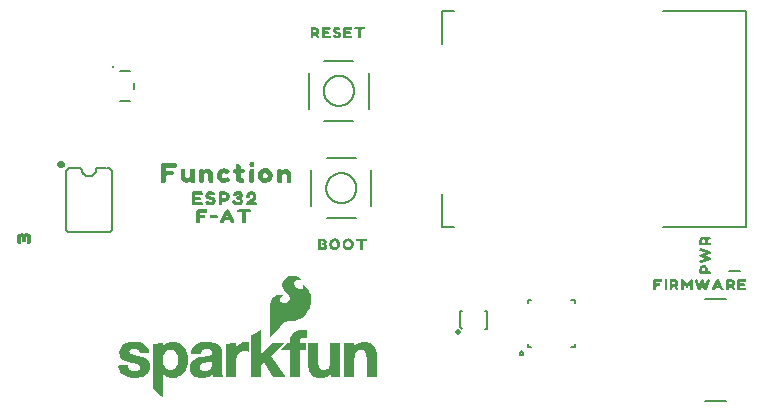
<source format=gto>
G04 EAGLE Gerber RS-274X export*
G75*
%MOMM*%
%FSLAX34Y34*%
%LPD*%
%INSilkscreen Top*%
%IPPOS*%
%AMOC8*
5,1,8,0,0,1.08239X$1,22.5*%
G01*
%ADD10C,0.508000*%
%ADD11C,0.203200*%
%ADD12C,0.254000*%
%ADD13R,0.040000X0.640000*%
%ADD14R,0.040000X0.800000*%
%ADD15R,0.040000X0.840000*%
%ADD16R,0.040000X0.280000*%
%ADD17R,0.040000X0.600000*%
%ADD18R,0.040000X0.680000*%
%ADD19R,0.040000X0.760000*%
%ADD20C,0.127000*%
%ADD21C,0.152400*%

G36*
X240109Y64484D02*
X240109Y64484D01*
X240193Y64487D01*
X240194Y64487D01*
X240195Y64487D01*
X240273Y64530D01*
X240346Y64569D01*
X240346Y64570D01*
X240347Y64570D01*
X240351Y64576D01*
X240434Y64684D01*
X240519Y64853D01*
X240791Y65216D01*
X241383Y65907D01*
X241387Y65914D01*
X241394Y65921D01*
X242086Y66810D01*
X242974Y67797D01*
X245174Y70197D01*
X246373Y71496D01*
X246377Y71502D01*
X246383Y71507D01*
X247579Y72902D01*
X248773Y74196D01*
X248774Y74197D01*
X248775Y74198D01*
X249763Y75284D01*
X250725Y76150D01*
X251782Y76823D01*
X252259Y77061D01*
X252259Y77062D01*
X252727Y77295D01*
X253841Y77574D01*
X257594Y77574D01*
X257614Y77579D01*
X257641Y77577D01*
X260041Y77877D01*
X260069Y77887D01*
X260109Y77892D01*
X262309Y78592D01*
X262320Y78598D01*
X262335Y78601D01*
X264335Y79401D01*
X264359Y79418D01*
X264397Y79433D01*
X266297Y80633D01*
X266312Y80648D01*
X266336Y80660D01*
X268036Y82060D01*
X268049Y82078D01*
X268071Y82094D01*
X269571Y83694D01*
X269579Y83708D01*
X269594Y83721D01*
X270994Y85521D01*
X271000Y85534D01*
X271004Y85537D01*
X271009Y85549D01*
X271026Y85569D01*
X273026Y89169D01*
X273036Y89204D01*
X273061Y89255D01*
X274061Y92955D01*
X274062Y92987D01*
X274074Y93032D01*
X274274Y96532D01*
X274268Y96565D01*
X274270Y96613D01*
X273770Y99813D01*
X273759Y99839D01*
X273753Y99878D01*
X272753Y102778D01*
X272736Y102806D01*
X272719Y102852D01*
X271319Y105152D01*
X271296Y105175D01*
X271271Y105215D01*
X269671Y106915D01*
X269638Y106936D01*
X269587Y106982D01*
X267887Y107982D01*
X267825Y108001D01*
X267766Y108027D01*
X267743Y108026D01*
X267721Y108033D01*
X267658Y108023D01*
X267593Y108021D01*
X267573Y108010D01*
X267550Y108006D01*
X267498Y107969D01*
X267441Y107938D01*
X267428Y107919D01*
X267409Y107906D01*
X267378Y107849D01*
X267341Y107796D01*
X267336Y107771D01*
X267327Y107753D01*
X267326Y107715D01*
X267314Y107654D01*
X267314Y107454D01*
X267322Y107417D01*
X267331Y107352D01*
X267331Y107341D01*
X267333Y107339D01*
X267333Y107334D01*
X267414Y107092D01*
X267414Y106116D01*
X267242Y105600D01*
X266991Y105099D01*
X266597Y104783D01*
X266016Y104534D01*
X265521Y104534D01*
X264889Y104625D01*
X264146Y104903D01*
X263374Y105289D01*
X262700Y105675D01*
X262041Y106145D01*
X260885Y107301D01*
X260415Y107960D01*
X260043Y108610D01*
X259874Y109116D01*
X259874Y110192D01*
X260042Y110694D01*
X260305Y111133D01*
X260766Y111686D01*
X261406Y112235D01*
X261786Y112425D01*
X262140Y112602D01*
X262979Y112881D01*
X263718Y112974D01*
X264363Y112974D01*
X264916Y112882D01*
X265302Y112785D01*
X265338Y112785D01*
X265394Y112774D01*
X265494Y112774D01*
X265519Y112780D01*
X265545Y112777D01*
X265603Y112799D01*
X265663Y112813D01*
X265683Y112830D01*
X265707Y112839D01*
X265749Y112884D01*
X265796Y112923D01*
X265807Y112947D01*
X265824Y112966D01*
X265842Y113025D01*
X265867Y113082D01*
X265866Y113107D01*
X265874Y113132D01*
X265863Y113193D01*
X265861Y113255D01*
X265848Y113277D01*
X265844Y113303D01*
X265796Y113374D01*
X265778Y113407D01*
X265770Y113413D01*
X265763Y113423D01*
X265563Y113623D01*
X265543Y113635D01*
X265522Y113658D01*
X264722Y114258D01*
X264696Y114270D01*
X264664Y114294D01*
X263464Y114894D01*
X263459Y114895D01*
X263455Y114899D01*
X261955Y115599D01*
X261922Y115606D01*
X261877Y115625D01*
X260077Y116025D01*
X260049Y116025D01*
X260013Y116034D01*
X258013Y116134D01*
X257975Y116127D01*
X257910Y116125D01*
X255710Y115625D01*
X255679Y115610D01*
X255630Y115597D01*
X253330Y114497D01*
X253300Y114473D01*
X253242Y114439D01*
X251542Y112939D01*
X251521Y112909D01*
X251481Y112869D01*
X250381Y111269D01*
X250366Y111233D01*
X250331Y111167D01*
X249831Y109567D01*
X249828Y109528D01*
X249814Y109454D01*
X249814Y107754D01*
X249821Y107721D01*
X249823Y107672D01*
X250223Y105872D01*
X250240Y105837D01*
X250266Y105761D01*
X251266Y104061D01*
X251277Y104050D01*
X251286Y104031D01*
X252586Y102231D01*
X252606Y102214D01*
X252625Y102185D01*
X254316Y100495D01*
X255565Y99053D01*
X256119Y97668D01*
X256208Y96417D01*
X255760Y95342D01*
X255033Y94342D01*
X253947Y93708D01*
X252533Y93331D01*
X251033Y93237D01*
X250022Y93513D01*
X249184Y93886D01*
X248555Y94335D01*
X248108Y94872D01*
X247743Y95510D01*
X247574Y96016D01*
X247574Y96592D01*
X247742Y97094D01*
X247996Y97518D01*
X248330Y97852D01*
X249290Y98428D01*
X249302Y98440D01*
X249322Y98450D01*
X249661Y98704D01*
X249986Y98785D01*
X250016Y98800D01*
X250105Y98838D01*
X250317Y98979D01*
X250463Y99013D01*
X250596Y99123D01*
X250667Y99282D01*
X250661Y99455D01*
X250578Y99607D01*
X250436Y99707D01*
X250294Y99734D01*
X250156Y99734D01*
X249925Y99811D01*
X249435Y100007D01*
X249400Y100012D01*
X249348Y100030D01*
X248648Y100130D01*
X248624Y100128D01*
X248594Y100134D01*
X246894Y100134D01*
X246866Y100128D01*
X246826Y100128D01*
X245726Y99928D01*
X245709Y99921D01*
X245685Y99918D01*
X244685Y99618D01*
X244672Y99611D01*
X244653Y99607D01*
X243653Y99207D01*
X243626Y99188D01*
X243583Y99170D01*
X242683Y98570D01*
X242674Y98561D01*
X242661Y98554D01*
X241761Y97854D01*
X241736Y97824D01*
X241717Y97805D01*
X241694Y97786D01*
X241691Y97780D01*
X241683Y97772D01*
X240983Y96772D01*
X240972Y96745D01*
X240948Y96711D01*
X240448Y95611D01*
X240445Y95597D01*
X240436Y95582D01*
X239936Y94182D01*
X239932Y94148D01*
X239917Y94101D01*
X239717Y92501D01*
X239719Y92480D01*
X239714Y92454D01*
X239714Y64854D01*
X239734Y64769D01*
X239753Y64687D01*
X239753Y64686D01*
X239753Y64685D01*
X239810Y64617D01*
X239862Y64553D01*
X239863Y64552D01*
X239941Y64517D01*
X240020Y64481D01*
X240021Y64481D01*
X240022Y64481D01*
X240109Y64484D01*
G37*
G36*
X148779Y13587D02*
X148779Y13587D01*
X148795Y13587D01*
X148858Y13622D01*
X148923Y13650D01*
X148933Y13663D01*
X148947Y13670D01*
X148988Y13728D01*
X149034Y13784D01*
X149038Y13799D01*
X149047Y13812D01*
X149072Y13944D01*
X149074Y13952D01*
X149074Y13953D01*
X149074Y13954D01*
X149074Y33270D01*
X149197Y33116D01*
X149204Y33111D01*
X149210Y33101D01*
X150010Y32201D01*
X150039Y32181D01*
X150076Y32143D01*
X151076Y31443D01*
X151093Y31436D01*
X151112Y31420D01*
X152212Y30820D01*
X152224Y30817D01*
X152237Y30808D01*
X153337Y30308D01*
X153365Y30302D01*
X153402Y30285D01*
X154602Y29985D01*
X154616Y29985D01*
X154632Y29979D01*
X155832Y29779D01*
X155847Y29780D01*
X155865Y29775D01*
X157165Y29675D01*
X157194Y29679D01*
X157233Y29676D01*
X160133Y29976D01*
X160167Y29988D01*
X160223Y29996D01*
X162723Y30896D01*
X162752Y30915D01*
X162798Y30933D01*
X164998Y32333D01*
X165025Y32361D01*
X165077Y32400D01*
X166777Y34300D01*
X166790Y34324D01*
X166815Y34350D01*
X168215Y36550D01*
X168226Y36581D01*
X168250Y36621D01*
X169150Y39021D01*
X169153Y39044D01*
X169165Y39072D01*
X169765Y41772D01*
X169765Y41796D01*
X169773Y41827D01*
X169973Y44627D01*
X169970Y44650D01*
X169973Y44679D01*
X169773Y47679D01*
X169766Y47702D01*
X169766Y47734D01*
X169166Y50534D01*
X169160Y50547D01*
X169159Y50559D01*
X169154Y50568D01*
X169152Y50583D01*
X168252Y53083D01*
X168234Y53110D01*
X168219Y53152D01*
X166819Y55452D01*
X166796Y55475D01*
X166770Y55516D01*
X164970Y57416D01*
X164942Y57434D01*
X164908Y57468D01*
X162708Y58968D01*
X162672Y58982D01*
X162614Y59015D01*
X159914Y59915D01*
X159880Y59918D01*
X159831Y59932D01*
X156731Y60232D01*
X156702Y60229D01*
X156662Y60233D01*
X155463Y60133D01*
X154165Y60033D01*
X154130Y60022D01*
X154074Y60015D01*
X152874Y59615D01*
X152870Y59612D01*
X152864Y59611D01*
X151764Y59211D01*
X151739Y59195D01*
X151698Y59180D01*
X150698Y58580D01*
X150677Y58559D01*
X150641Y58538D01*
X149741Y57738D01*
X149736Y57730D01*
X149725Y57723D01*
X148825Y56823D01*
X148812Y56801D01*
X148786Y56778D01*
X148674Y56623D01*
X148674Y59054D01*
X148658Y59124D01*
X148647Y59195D01*
X148638Y59207D01*
X148635Y59223D01*
X148589Y59278D01*
X148548Y59337D01*
X148535Y59344D01*
X148525Y59356D01*
X148459Y59386D01*
X148396Y59420D01*
X148379Y59422D01*
X148366Y59427D01*
X148328Y59426D01*
X148252Y59432D01*
X147352Y59332D01*
X147338Y59327D01*
X147319Y59327D01*
X146319Y59127D01*
X146316Y59125D01*
X146312Y59125D01*
X145432Y58930D01*
X144552Y58832D01*
X144535Y58826D01*
X144512Y58825D01*
X143634Y58630D01*
X142656Y58532D01*
X142637Y58526D01*
X142612Y58525D01*
X140812Y58125D01*
X140803Y58121D01*
X140793Y58121D01*
X140725Y58084D01*
X140655Y58050D01*
X140649Y58043D01*
X140641Y58038D01*
X140597Y57975D01*
X140549Y57913D01*
X140547Y57904D01*
X140541Y57896D01*
X140514Y57754D01*
X140514Y20854D01*
X140533Y20771D01*
X140552Y20687D01*
X140553Y20686D01*
X140553Y20685D01*
X140559Y20679D01*
X140640Y20571D01*
X141640Y19671D01*
X141641Y19671D01*
X141641Y19670D01*
X142541Y18870D01*
X143540Y17971D01*
X143548Y17967D01*
X143556Y17957D01*
X144540Y17170D01*
X145425Y16285D01*
X145433Y16280D01*
X145440Y16271D01*
X146440Y15371D01*
X146448Y15367D01*
X146456Y15357D01*
X147448Y14564D01*
X148440Y13671D01*
X148453Y13664D01*
X148463Y13652D01*
X148529Y13622D01*
X148591Y13588D01*
X148607Y13587D01*
X148622Y13581D01*
X148693Y13583D01*
X148765Y13580D01*
X148779Y13587D01*
G37*
G36*
X182117Y29579D02*
X182117Y29579D01*
X182148Y29578D01*
X182821Y29674D01*
X183394Y29674D01*
X183417Y29679D01*
X183448Y29678D01*
X184148Y29778D01*
X184152Y29779D01*
X184157Y29779D01*
X184757Y29879D01*
X184774Y29886D01*
X184798Y29888D01*
X185478Y30083D01*
X186057Y30179D01*
X186080Y30189D01*
X186114Y30193D01*
X187314Y30593D01*
X187334Y30606D01*
X187364Y30614D01*
X187644Y30754D01*
X188405Y31134D01*
X189164Y31514D01*
X189165Y31514D01*
X189174Y31522D01*
X189190Y31528D01*
X189690Y31828D01*
X189706Y31844D01*
X189732Y31857D01*
X190232Y32257D01*
X190243Y32272D01*
X190263Y32285D01*
X190617Y32639D01*
X190615Y32624D01*
X190652Y32492D01*
X190653Y32485D01*
X190654Y32485D01*
X190654Y32484D01*
X190714Y32364D01*
X190714Y32054D01*
X190731Y31980D01*
X190744Y31905D01*
X190751Y31895D01*
X190753Y31885D01*
X190777Y31856D01*
X190814Y31802D01*
X190814Y31554D01*
X190831Y31480D01*
X190844Y31405D01*
X190851Y31395D01*
X190853Y31385D01*
X190877Y31356D01*
X190925Y31285D01*
X190982Y31229D01*
X191014Y31164D01*
X191014Y31054D01*
X191027Y30996D01*
X191027Y30994D01*
X191028Y30993D01*
X191031Y30980D01*
X191044Y30905D01*
X191051Y30895D01*
X191053Y30885D01*
X191077Y30856D01*
X191114Y30802D01*
X191114Y30754D01*
X191125Y30704D01*
X191127Y30653D01*
X191145Y30621D01*
X191153Y30585D01*
X191186Y30546D01*
X191210Y30501D01*
X191240Y30480D01*
X191263Y30452D01*
X191310Y30431D01*
X191352Y30401D01*
X191394Y30393D01*
X191422Y30381D01*
X191452Y30382D01*
X191494Y30374D01*
X199394Y30374D01*
X199444Y30386D01*
X199496Y30388D01*
X199528Y30405D01*
X199563Y30413D01*
X199603Y30446D01*
X199648Y30471D01*
X199669Y30501D01*
X199696Y30523D01*
X199718Y30571D01*
X199747Y30613D01*
X199753Y30649D01*
X199767Y30682D01*
X199765Y30733D01*
X199773Y30784D01*
X199762Y30825D01*
X199761Y30855D01*
X199746Y30882D01*
X199734Y30924D01*
X199646Y31100D01*
X199555Y31374D01*
X199535Y31407D01*
X199510Y31465D01*
X199339Y31723D01*
X199274Y31916D01*
X199274Y32154D01*
X199266Y32190D01*
X199263Y32246D01*
X198974Y33401D01*
X198974Y33754D01*
X198967Y33784D01*
X198967Y33829D01*
X198874Y34292D01*
X198874Y35554D01*
X198867Y35584D01*
X198867Y35629D01*
X198774Y36092D01*
X198774Y52954D01*
X198766Y52991D01*
X198761Y53054D01*
X198461Y54154D01*
X198459Y54158D01*
X198458Y54163D01*
X198158Y55163D01*
X198139Y55196D01*
X198116Y55256D01*
X197616Y56056D01*
X197606Y56066D01*
X197598Y56082D01*
X196998Y56882D01*
X196972Y56904D01*
X196941Y56943D01*
X196241Y57543D01*
X196231Y57548D01*
X196222Y57558D01*
X195422Y58158D01*
X195401Y58167D01*
X195379Y58186D01*
X194479Y58686D01*
X194464Y58691D01*
X194448Y58701D01*
X193548Y59101D01*
X193528Y59105D01*
X193503Y59118D01*
X192503Y59418D01*
X192487Y59419D01*
X192469Y59427D01*
X191469Y59627D01*
X191466Y59627D01*
X191462Y59628D01*
X189262Y60028D01*
X189248Y60027D01*
X189232Y60032D01*
X188232Y60132D01*
X188215Y60130D01*
X188194Y60134D01*
X184794Y60134D01*
X184780Y60131D01*
X184762Y60133D01*
X183562Y60033D01*
X183561Y60033D01*
X183560Y60033D01*
X182460Y59933D01*
X182447Y59929D01*
X182432Y59929D01*
X181232Y59729D01*
X181216Y59722D01*
X181194Y59721D01*
X178994Y59121D01*
X178966Y59106D01*
X178924Y59094D01*
X178363Y58814D01*
X177924Y58594D01*
X177918Y58589D01*
X177909Y58586D01*
X177009Y58086D01*
X176999Y58077D01*
X176983Y58070D01*
X175183Y56870D01*
X175157Y56843D01*
X175108Y56804D01*
X174408Y56004D01*
X174398Y55985D01*
X174378Y55965D01*
X173778Y55065D01*
X173770Y55045D01*
X173754Y55024D01*
X173254Y54024D01*
X173251Y54010D01*
X173241Y53995D01*
X172841Y52995D01*
X172838Y52973D01*
X172825Y52946D01*
X172525Y51746D01*
X172525Y51731D01*
X172518Y51712D01*
X172318Y50412D01*
X172324Y50333D01*
X172327Y50253D01*
X172331Y50247D01*
X172332Y50239D01*
X172372Y50171D01*
X172410Y50101D01*
X172416Y50097D01*
X172420Y50090D01*
X172487Y50047D01*
X172552Y50001D01*
X172560Y50000D01*
X172566Y49996D01*
X172599Y49992D01*
X172694Y49974D01*
X180494Y49974D01*
X180544Y49985D01*
X180595Y49987D01*
X180627Y50005D01*
X180663Y50013D01*
X180702Y50046D01*
X180747Y50070D01*
X180768Y50100D01*
X180796Y50123D01*
X180817Y50170D01*
X180847Y50212D01*
X180855Y50254D01*
X180867Y50282D01*
X180866Y50312D01*
X180874Y50354D01*
X180874Y50781D01*
X181047Y51213D01*
X181051Y51242D01*
X181067Y51279D01*
X181157Y51730D01*
X181707Y52829D01*
X182219Y53342D01*
X182564Y53514D01*
X182580Y53527D01*
X182605Y53538D01*
X182885Y53725D01*
X183218Y53891D01*
X183669Y53981D01*
X183676Y53985D01*
X183686Y53985D01*
X184077Y54083D01*
X184563Y54180D01*
X185125Y54274D01*
X186556Y54274D01*
X187519Y54081D01*
X187551Y54082D01*
X187594Y54074D01*
X187904Y54074D01*
X188224Y53914D01*
X188257Y53906D01*
X188302Y53885D01*
X188661Y53795D01*
X189003Y53625D01*
X189252Y53459D01*
X189499Y53212D01*
X189665Y52963D01*
X190035Y52221D01*
X190122Y51876D01*
X190214Y51323D01*
X190214Y50773D01*
X190126Y49897D01*
X189638Y49247D01*
X188840Y48804D01*
X187677Y48416D01*
X186414Y48027D01*
X184850Y47832D01*
X183151Y47632D01*
X181352Y47432D01*
X181347Y47430D01*
X181342Y47431D01*
X181337Y47429D01*
X181332Y47429D01*
X179532Y47129D01*
X179521Y47125D01*
X179507Y47124D01*
X177807Y46724D01*
X177788Y46715D01*
X177761Y46710D01*
X176161Y46110D01*
X176133Y46092D01*
X176088Y46074D01*
X174688Y45174D01*
X174673Y45158D01*
X174648Y45144D01*
X173348Y44044D01*
X173325Y44013D01*
X173274Y43960D01*
X172374Y42560D01*
X172362Y42526D01*
X172335Y42481D01*
X171735Y40781D01*
X171732Y40749D01*
X171717Y40705D01*
X171417Y38505D01*
X171421Y38471D01*
X171415Y38420D01*
X171515Y37320D01*
X171516Y37316D01*
X171516Y37312D01*
X171616Y36412D01*
X171626Y36385D01*
X171630Y36345D01*
X171930Y35345D01*
X171936Y35335D01*
X171938Y35321D01*
X172238Y34521D01*
X172248Y34506D01*
X172254Y34484D01*
X172654Y33684D01*
X172676Y33657D01*
X172702Y33611D01*
X173193Y33022D01*
X173685Y32333D01*
X173713Y32308D01*
X173751Y32262D01*
X174351Y31762D01*
X174362Y31756D01*
X174373Y31745D01*
X175073Y31245D01*
X175089Y31238D01*
X175105Y31224D01*
X175805Y30824D01*
X175815Y30821D01*
X175824Y30814D01*
X176624Y30414D01*
X176647Y30408D01*
X176674Y30393D01*
X177574Y30093D01*
X177591Y30092D01*
X177612Y30083D01*
X179412Y29683D01*
X179431Y29683D01*
X179456Y29676D01*
X180456Y29576D01*
X180473Y29578D01*
X180494Y29574D01*
X182094Y29574D01*
X182117Y29579D01*
G37*
G36*
X231844Y30485D02*
X231844Y30485D01*
X231895Y30487D01*
X231927Y30505D01*
X231963Y30513D01*
X232002Y30546D01*
X232047Y30570D01*
X232068Y30600D01*
X232096Y30623D01*
X232117Y30670D01*
X232147Y30712D01*
X232155Y30754D01*
X232167Y30782D01*
X232166Y30812D01*
X232174Y30854D01*
X232174Y40393D01*
X234719Y42853D01*
X242271Y30654D01*
X242294Y30630D01*
X242310Y30601D01*
X242355Y30570D01*
X242393Y30531D01*
X242425Y30521D01*
X242452Y30501D01*
X242520Y30488D01*
X242557Y30476D01*
X242574Y30478D01*
X242594Y30474D01*
X251994Y30474D01*
X252067Y30491D01*
X252141Y30503D01*
X252151Y30510D01*
X252163Y30513D01*
X252221Y30561D01*
X252282Y30605D01*
X252287Y30616D01*
X252296Y30623D01*
X252327Y30692D01*
X252362Y30759D01*
X252362Y30771D01*
X252367Y30782D01*
X252364Y30857D01*
X252366Y30932D01*
X252361Y30944D01*
X252361Y30955D01*
X252343Y30988D01*
X252310Y31065D01*
X240586Y48602D01*
X251059Y58781D01*
X251074Y58805D01*
X251096Y58823D01*
X251121Y58877D01*
X251153Y58927D01*
X251156Y58956D01*
X251167Y58982D01*
X251165Y59041D01*
X251172Y59099D01*
X251162Y59126D01*
X251161Y59155D01*
X251132Y59207D01*
X251112Y59262D01*
X251092Y59282D01*
X251078Y59307D01*
X251030Y59341D01*
X250987Y59382D01*
X250959Y59390D01*
X250936Y59407D01*
X250858Y59422D01*
X250821Y59433D01*
X250809Y59431D01*
X250794Y59434D01*
X241594Y59434D01*
X241517Y59416D01*
X241440Y59402D01*
X241433Y59396D01*
X241425Y59395D01*
X241399Y59373D01*
X241321Y59319D01*
X232174Y49892D01*
X232174Y69854D01*
X232161Y69912D01*
X232156Y69971D01*
X232141Y69995D01*
X232135Y70023D01*
X232097Y70069D01*
X232067Y70119D01*
X232043Y70134D01*
X232025Y70156D01*
X231970Y70181D01*
X231921Y70213D01*
X231892Y70216D01*
X231866Y70227D01*
X231807Y70225D01*
X231748Y70232D01*
X231718Y70222D01*
X231693Y70221D01*
X231662Y70204D01*
X231610Y70187D01*
X223810Y65887D01*
X223779Y65858D01*
X223741Y65838D01*
X223715Y65801D01*
X223682Y65771D01*
X223666Y65731D01*
X223641Y65696D01*
X223631Y65643D01*
X223618Y65610D01*
X223620Y65586D01*
X223614Y65554D01*
X223614Y30854D01*
X223625Y30804D01*
X223627Y30753D01*
X223645Y30721D01*
X223653Y30685D01*
X223686Y30646D01*
X223710Y30601D01*
X223740Y30580D01*
X223763Y30552D01*
X223810Y30531D01*
X223852Y30501D01*
X223894Y30493D01*
X223922Y30481D01*
X223952Y30482D01*
X223994Y30474D01*
X231794Y30474D01*
X231844Y30485D01*
G37*
G36*
X310544Y30485D02*
X310544Y30485D01*
X310595Y30487D01*
X310627Y30505D01*
X310663Y30513D01*
X310702Y30546D01*
X310747Y30570D01*
X310768Y30600D01*
X310796Y30623D01*
X310817Y30670D01*
X310847Y30712D01*
X310855Y30754D01*
X310867Y30782D01*
X310866Y30812D01*
X310874Y30854D01*
X310874Y45644D01*
X310973Y47611D01*
X311265Y49269D01*
X311648Y50609D01*
X312196Y51614D01*
X313020Y52346D01*
X313950Y52904D01*
X315164Y53278D01*
X316493Y53373D01*
X317707Y53279D01*
X318630Y52910D01*
X319463Y52447D01*
X320082Y51829D01*
X320535Y50921D01*
X320820Y49781D01*
X321015Y48416D01*
X321114Y46743D01*
X321114Y30854D01*
X321125Y30804D01*
X321127Y30753D01*
X321145Y30721D01*
X321153Y30685D01*
X321186Y30646D01*
X321210Y30601D01*
X321240Y30580D01*
X321263Y30552D01*
X321310Y30531D01*
X321352Y30501D01*
X321394Y30493D01*
X321422Y30481D01*
X321452Y30482D01*
X321494Y30474D01*
X329294Y30474D01*
X329344Y30485D01*
X329395Y30487D01*
X329427Y30505D01*
X329463Y30513D01*
X329502Y30546D01*
X329547Y30570D01*
X329568Y30600D01*
X329596Y30623D01*
X329617Y30670D01*
X329647Y30712D01*
X329655Y30754D01*
X329667Y30782D01*
X329666Y30812D01*
X329674Y30854D01*
X329674Y48254D01*
X329673Y48261D01*
X329674Y48269D01*
X329574Y50769D01*
X329568Y50792D01*
X329568Y50822D01*
X329168Y53022D01*
X329161Y53039D01*
X329158Y53063D01*
X328558Y55063D01*
X328540Y55095D01*
X328522Y55147D01*
X327522Y56847D01*
X327496Y56874D01*
X327463Y56923D01*
X326063Y58323D01*
X326030Y58343D01*
X325979Y58386D01*
X324179Y59386D01*
X324143Y59397D01*
X324090Y59422D01*
X321790Y60022D01*
X321760Y60023D01*
X321721Y60033D01*
X318921Y60233D01*
X318896Y60229D01*
X318862Y60233D01*
X317662Y60133D01*
X317649Y60129D01*
X317632Y60129D01*
X316432Y59929D01*
X316419Y59924D01*
X316402Y59923D01*
X315202Y59623D01*
X315180Y59612D01*
X315148Y59605D01*
X313948Y59105D01*
X313925Y59089D01*
X313890Y59075D01*
X312790Y58375D01*
X312777Y58362D01*
X312756Y58351D01*
X311756Y57551D01*
X311740Y57530D01*
X311711Y57508D01*
X310811Y56508D01*
X310803Y56493D01*
X310786Y56478D01*
X310574Y56186D01*
X310574Y59054D01*
X310563Y59104D01*
X310561Y59155D01*
X310543Y59187D01*
X310535Y59223D01*
X310502Y59262D01*
X310478Y59307D01*
X310448Y59328D01*
X310425Y59356D01*
X310378Y59377D01*
X310336Y59407D01*
X310294Y59415D01*
X310266Y59427D01*
X310236Y59426D01*
X310194Y59434D01*
X302794Y59434D01*
X302750Y59424D01*
X302704Y59423D01*
X302666Y59404D01*
X302625Y59395D01*
X302590Y59366D01*
X302549Y59345D01*
X302524Y59311D01*
X302492Y59285D01*
X302473Y59243D01*
X302446Y59206D01*
X302435Y59158D01*
X302421Y59126D01*
X302422Y59100D01*
X302414Y59065D01*
X302314Y55565D01*
X302315Y55560D01*
X302314Y55554D01*
X302314Y30854D01*
X302325Y30804D01*
X302327Y30753D01*
X302345Y30721D01*
X302353Y30685D01*
X302386Y30646D01*
X302410Y30601D01*
X302440Y30580D01*
X302463Y30552D01*
X302510Y30531D01*
X302552Y30501D01*
X302594Y30493D01*
X302622Y30481D01*
X302652Y30482D01*
X302694Y30474D01*
X310494Y30474D01*
X310544Y30485D01*
G37*
G36*
X282392Y29679D02*
X282392Y29679D01*
X282426Y29675D01*
X283626Y29775D01*
X283637Y29779D01*
X283652Y29778D01*
X284952Y29978D01*
X284966Y29984D01*
X284986Y29985D01*
X286186Y30285D01*
X286212Y30299D01*
X286251Y30308D01*
X287351Y30808D01*
X287370Y30822D01*
X287398Y30833D01*
X288498Y31533D01*
X288511Y31546D01*
X288532Y31557D01*
X289532Y32357D01*
X289543Y32372D01*
X289563Y32385D01*
X290563Y33385D01*
X290576Y33407D01*
X290602Y33430D01*
X290714Y33585D01*
X290714Y30854D01*
X290725Y30804D01*
X290727Y30753D01*
X290745Y30721D01*
X290753Y30685D01*
X290786Y30646D01*
X290810Y30601D01*
X290840Y30580D01*
X290863Y30552D01*
X290910Y30531D01*
X290952Y30501D01*
X290994Y30493D01*
X291022Y30481D01*
X291052Y30482D01*
X291094Y30474D01*
X298494Y30474D01*
X298539Y30484D01*
X298584Y30485D01*
X298622Y30504D01*
X298663Y30513D01*
X298698Y30542D01*
X298739Y30563D01*
X298764Y30597D01*
X298796Y30623D01*
X298815Y30665D01*
X298842Y30702D01*
X298853Y30750D01*
X298867Y30782D01*
X298866Y30808D01*
X298874Y30843D01*
X298974Y34343D01*
X298973Y34348D01*
X298974Y34354D01*
X298974Y59054D01*
X298963Y59104D01*
X298961Y59155D01*
X298943Y59187D01*
X298935Y59223D01*
X298902Y59262D01*
X298878Y59307D01*
X298848Y59328D01*
X298825Y59356D01*
X298778Y59377D01*
X298736Y59407D01*
X298694Y59415D01*
X298666Y59427D01*
X298636Y59426D01*
X298594Y59434D01*
X290794Y59434D01*
X290744Y59423D01*
X290693Y59421D01*
X290661Y59403D01*
X290625Y59395D01*
X290586Y59362D01*
X290541Y59338D01*
X290520Y59308D01*
X290492Y59285D01*
X290471Y59238D01*
X290441Y59196D01*
X290433Y59154D01*
X290421Y59126D01*
X290422Y59096D01*
X290414Y59054D01*
X290414Y42287D01*
X290125Y40652D01*
X289646Y39310D01*
X289086Y38284D01*
X288364Y37562D01*
X287342Y37004D01*
X286220Y36630D01*
X284797Y36535D01*
X283660Y36630D01*
X282654Y36905D01*
X281849Y37441D01*
X281313Y38066D01*
X280846Y39000D01*
X280466Y40142D01*
X280273Y41492D01*
X280174Y43165D01*
X280174Y59054D01*
X280163Y59104D01*
X280161Y59155D01*
X280143Y59187D01*
X280135Y59223D01*
X280102Y59262D01*
X280078Y59307D01*
X280048Y59328D01*
X280025Y59356D01*
X279978Y59377D01*
X279936Y59407D01*
X279894Y59415D01*
X279866Y59427D01*
X279836Y59426D01*
X279794Y59434D01*
X272094Y59434D01*
X272044Y59423D01*
X271993Y59421D01*
X271961Y59403D01*
X271925Y59395D01*
X271886Y59362D01*
X271841Y59338D01*
X271820Y59308D01*
X271792Y59285D01*
X271771Y59238D01*
X271741Y59196D01*
X271733Y59154D01*
X271721Y59126D01*
X271722Y59096D01*
X271714Y59054D01*
X271714Y41654D01*
X271715Y41647D01*
X271714Y41639D01*
X271814Y39139D01*
X271818Y39123D01*
X271817Y39103D01*
X272117Y36903D01*
X272129Y36873D01*
X272135Y36828D01*
X272835Y34828D01*
X272848Y34807D01*
X272858Y34776D01*
X273758Y33076D01*
X273784Y33047D01*
X273825Y32985D01*
X275225Y31585D01*
X275258Y31565D01*
X275309Y31522D01*
X277109Y30522D01*
X277145Y30511D01*
X277198Y30486D01*
X279498Y29886D01*
X279528Y29885D01*
X279567Y29875D01*
X282367Y29675D01*
X282392Y29679D01*
G37*
G36*
X127210Y29774D02*
X127210Y29774D01*
X127231Y29780D01*
X127259Y29779D01*
X129559Y30179D01*
X129574Y30186D01*
X129594Y30187D01*
X131794Y30787D01*
X131822Y30802D01*
X131864Y30814D01*
X131944Y30854D01*
X132705Y31234D01*
X133465Y31614D01*
X133465Y31615D01*
X133864Y31814D01*
X133893Y31838D01*
X133944Y31868D01*
X135544Y33268D01*
X135563Y33293D01*
X135596Y33323D01*
X135828Y33626D01*
X136118Y34006D01*
X136119Y34006D01*
X136409Y34386D01*
X136409Y34387D01*
X136700Y34767D01*
X136896Y35023D01*
X136912Y35059D01*
X136949Y35119D01*
X137749Y37219D01*
X137754Y37255D01*
X137772Y37309D01*
X138072Y39809D01*
X138068Y39844D01*
X138072Y39896D01*
X137872Y41696D01*
X137861Y41727D01*
X137855Y41774D01*
X137355Y43274D01*
X137334Y43308D01*
X137307Y43370D01*
X136407Y44670D01*
X136378Y44696D01*
X136337Y44746D01*
X135137Y45746D01*
X135116Y45757D01*
X135093Y45778D01*
X133793Y46578D01*
X133767Y46587D01*
X133735Y46607D01*
X132235Y47207D01*
X132219Y47209D01*
X132201Y47219D01*
X130503Y47718D01*
X128907Y48217D01*
X128886Y48219D01*
X128860Y48228D01*
X127173Y48526D01*
X125586Y48923D01*
X125578Y48923D01*
X125569Y48927D01*
X124087Y49223D01*
X122829Y49610D01*
X121779Y50087D01*
X120949Y50641D01*
X120447Y51226D01*
X120284Y52045D01*
X120453Y52721D01*
X120707Y53229D01*
X121036Y53559D01*
X121556Y53905D01*
X122173Y54081D01*
X122845Y54177D01*
X123618Y54274D01*
X125252Y54274D01*
X126966Y53893D01*
X127684Y53534D01*
X128213Y53093D01*
X128667Y52457D01*
X129031Y51730D01*
X129221Y50779D01*
X129227Y50767D01*
X129227Y50753D01*
X129263Y50689D01*
X129293Y50622D01*
X129304Y50613D01*
X129310Y50601D01*
X129370Y50559D01*
X129427Y50512D01*
X129441Y50509D01*
X129452Y50501D01*
X129594Y50474D01*
X136994Y50474D01*
X136997Y50474D01*
X136999Y50474D01*
X137081Y50494D01*
X137163Y50513D01*
X137165Y50515D01*
X137167Y50516D01*
X137231Y50570D01*
X137296Y50623D01*
X137297Y50626D01*
X137300Y50628D01*
X137333Y50705D01*
X137367Y50782D01*
X137367Y50784D01*
X137368Y50787D01*
X137366Y50932D01*
X136866Y53332D01*
X136862Y53341D01*
X136862Y53350D01*
X136849Y53374D01*
X136838Y53417D01*
X135938Y55317D01*
X135918Y55342D01*
X135898Y55382D01*
X134698Y56982D01*
X134668Y57007D01*
X134622Y57058D01*
X133022Y58258D01*
X132996Y58270D01*
X132964Y58294D01*
X131164Y59194D01*
X131135Y59201D01*
X131098Y59220D01*
X128998Y59820D01*
X128976Y59821D01*
X128948Y59830D01*
X126848Y60130D01*
X126831Y60129D01*
X126811Y60134D01*
X124511Y60234D01*
X124496Y60231D01*
X124477Y60234D01*
X122177Y60134D01*
X122162Y60130D01*
X122143Y60131D01*
X119943Y59831D01*
X119921Y59822D01*
X119890Y59820D01*
X117790Y59220D01*
X117769Y59208D01*
X117740Y59201D01*
X115940Y58401D01*
X115912Y58381D01*
X115866Y58358D01*
X114266Y57158D01*
X114242Y57130D01*
X114199Y57094D01*
X112899Y55494D01*
X112885Y55464D01*
X112835Y55380D01*
X112135Y53380D01*
X112132Y53347D01*
X112120Y53322D01*
X112121Y53312D01*
X112116Y53299D01*
X111816Y50799D01*
X111820Y50764D01*
X111816Y50710D01*
X112016Y49010D01*
X112025Y48985D01*
X112026Y48966D01*
X112031Y48956D01*
X112036Y48926D01*
X112536Y47526D01*
X112557Y47493D01*
X112590Y47426D01*
X113490Y46226D01*
X113517Y46203D01*
X113551Y46162D01*
X114751Y45162D01*
X114779Y45148D01*
X114814Y45119D01*
X116114Y44419D01*
X116132Y44414D01*
X116153Y44401D01*
X117653Y43801D01*
X117669Y43799D01*
X117687Y43789D01*
X119387Y43289D01*
X119394Y43289D01*
X119402Y43285D01*
X123002Y42385D01*
X123006Y42385D01*
X123012Y42383D01*
X124804Y41985D01*
X126271Y41593D01*
X127436Y41108D01*
X128393Y40629D01*
X129103Y40097D01*
X129438Y39511D01*
X129603Y38849D01*
X129429Y38062D01*
X129162Y37351D01*
X128648Y36751D01*
X128014Y36389D01*
X127433Y36099D01*
X127261Y36013D01*
X126506Y35824D01*
X125652Y35634D01*
X124910Y35634D01*
X123747Y35731D01*
X122786Y35923D01*
X121843Y36206D01*
X121014Y36667D01*
X120274Y37314D01*
X119728Y38042D01*
X119368Y38944D01*
X119273Y39988D01*
X119263Y40018D01*
X119262Y40041D01*
X119261Y40043D01*
X119261Y40055D01*
X119235Y40102D01*
X119218Y40153D01*
X119194Y40177D01*
X119178Y40207D01*
X119134Y40238D01*
X119096Y40276D01*
X119064Y40287D01*
X119036Y40307D01*
X118969Y40320D01*
X118932Y40332D01*
X118915Y40330D01*
X118894Y40334D01*
X111494Y40334D01*
X111415Y40316D01*
X111337Y40300D01*
X111332Y40296D01*
X111325Y40295D01*
X111263Y40243D01*
X111199Y40194D01*
X111197Y40189D01*
X111192Y40185D01*
X111159Y40111D01*
X111123Y40039D01*
X111123Y40032D01*
X111121Y40026D01*
X111122Y39996D01*
X111119Y39894D01*
X111519Y37394D01*
X111532Y37361D01*
X111542Y37310D01*
X112442Y35110D01*
X112464Y35079D01*
X112492Y35023D01*
X113792Y33323D01*
X113821Y33299D01*
X113863Y33252D01*
X115563Y31952D01*
X115591Y31940D01*
X115624Y31914D01*
X117624Y30914D01*
X117649Y30908D01*
X117679Y30892D01*
X119879Y30192D01*
X119902Y30190D01*
X119932Y30179D01*
X122332Y29779D01*
X122352Y29780D01*
X122378Y29774D01*
X124778Y29674D01*
X124792Y29677D01*
X124810Y29674D01*
X127210Y29774D01*
G37*
G36*
X264544Y30485D02*
X264544Y30485D01*
X264595Y30487D01*
X264627Y30505D01*
X264663Y30513D01*
X264702Y30546D01*
X264747Y30570D01*
X264768Y30600D01*
X264796Y30623D01*
X264817Y30670D01*
X264847Y30712D01*
X264855Y30754D01*
X264867Y30782D01*
X264866Y30812D01*
X264874Y30854D01*
X264874Y53474D01*
X269794Y53474D01*
X269844Y53485D01*
X269895Y53487D01*
X269927Y53505D01*
X269963Y53513D01*
X270002Y53546D01*
X270047Y53570D01*
X270068Y53600D01*
X270096Y53623D01*
X270117Y53670D01*
X270147Y53712D01*
X270155Y53754D01*
X270167Y53782D01*
X270166Y53812D01*
X270174Y53854D01*
X270174Y59054D01*
X270163Y59104D01*
X270161Y59155D01*
X270143Y59187D01*
X270135Y59223D01*
X270102Y59262D01*
X270078Y59307D01*
X270048Y59328D01*
X270025Y59356D01*
X269978Y59377D01*
X269936Y59407D01*
X269894Y59415D01*
X269866Y59427D01*
X269836Y59426D01*
X269794Y59434D01*
X264874Y59434D01*
X264874Y61527D01*
X264966Y62166D01*
X265135Y62675D01*
X265382Y63004D01*
X265699Y63322D01*
X266186Y63484D01*
X266751Y63578D01*
X267421Y63674D01*
X267732Y63674D01*
X267974Y63593D01*
X268011Y63590D01*
X268094Y63574D01*
X269847Y63574D01*
X270202Y63485D01*
X270212Y63485D01*
X270222Y63481D01*
X270298Y63484D01*
X270375Y63482D01*
X270384Y63487D01*
X270395Y63487D01*
X270462Y63524D01*
X270531Y63557D01*
X270538Y63565D01*
X270547Y63570D01*
X270591Y63633D01*
X270639Y63693D01*
X270641Y63703D01*
X270647Y63712D01*
X270674Y63854D01*
X270674Y69654D01*
X270663Y69704D01*
X270661Y69755D01*
X270643Y69787D01*
X270635Y69823D01*
X270602Y69862D01*
X270578Y69907D01*
X270548Y69928D01*
X270525Y69956D01*
X270478Y69977D01*
X270436Y70007D01*
X270394Y70015D01*
X270366Y70027D01*
X270336Y70026D01*
X270294Y70034D01*
X269832Y70034D01*
X269369Y70127D01*
X269337Y70126D01*
X269294Y70134D01*
X268232Y70134D01*
X267769Y70227D01*
X267737Y70226D01*
X267694Y70234D01*
X266194Y70234D01*
X266180Y70231D01*
X266161Y70233D01*
X263861Y70033D01*
X263842Y70027D01*
X263816Y70026D01*
X261916Y69626D01*
X261882Y69610D01*
X261824Y69594D01*
X261075Y69220D01*
X260315Y68840D01*
X260224Y68794D01*
X260204Y68778D01*
X260173Y68763D01*
X258773Y67763D01*
X258747Y67734D01*
X258693Y67686D01*
X257693Y66386D01*
X257680Y66358D01*
X257654Y66324D01*
X256954Y64924D01*
X256947Y64896D01*
X256929Y64861D01*
X256429Y63161D01*
X256427Y63126D01*
X256414Y63075D01*
X256314Y61275D01*
X256316Y61266D01*
X256314Y61254D01*
X256314Y59434D01*
X254294Y59434D01*
X254220Y59417D01*
X254145Y59404D01*
X254135Y59397D01*
X254125Y59395D01*
X254096Y59371D01*
X254025Y59323D01*
X252736Y58033D01*
X252047Y57443D01*
X252032Y57422D01*
X252005Y57401D01*
X251424Y56724D01*
X250747Y56143D01*
X250732Y56122D01*
X250705Y56101D01*
X250124Y55424D01*
X249447Y54843D01*
X249439Y54832D01*
X249425Y54823D01*
X248725Y54123D01*
X248712Y54101D01*
X248692Y54085D01*
X248666Y54028D01*
X248634Y53976D01*
X248631Y53950D01*
X248621Y53926D01*
X248623Y53865D01*
X248617Y53803D01*
X248626Y53779D01*
X248627Y53753D01*
X248657Y53699D01*
X248679Y53641D01*
X248698Y53624D01*
X248710Y53601D01*
X248761Y53566D01*
X248806Y53524D01*
X248831Y53516D01*
X248852Y53501D01*
X248936Y53485D01*
X248972Y53474D01*
X248982Y53476D01*
X248994Y53474D01*
X256314Y53474D01*
X256314Y30854D01*
X256325Y30804D01*
X256327Y30753D01*
X256345Y30721D01*
X256353Y30685D01*
X256386Y30646D01*
X256410Y30601D01*
X256440Y30580D01*
X256463Y30552D01*
X256510Y30531D01*
X256552Y30501D01*
X256594Y30493D01*
X256622Y30481D01*
X256652Y30482D01*
X256694Y30474D01*
X264494Y30474D01*
X264544Y30485D01*
G37*
G36*
X210544Y30385D02*
X210544Y30385D01*
X210595Y30387D01*
X210627Y30405D01*
X210663Y30413D01*
X210702Y30446D01*
X210747Y30470D01*
X210768Y30500D01*
X210796Y30523D01*
X210817Y30570D01*
X210847Y30612D01*
X210855Y30654D01*
X210867Y30682D01*
X210866Y30712D01*
X210874Y30754D01*
X210874Y43544D01*
X210972Y45310D01*
X211264Y46964D01*
X211743Y48495D01*
X212499Y49724D01*
X213442Y50761D01*
X214756Y51606D01*
X216270Y52079D01*
X218213Y52274D01*
X218847Y52274D01*
X219202Y52185D01*
X219238Y52185D01*
X219294Y52174D01*
X219947Y52174D01*
X220302Y52085D01*
X220338Y52085D01*
X220394Y52074D01*
X220632Y52074D01*
X220874Y51993D01*
X220899Y51991D01*
X220922Y51981D01*
X220984Y51983D01*
X221046Y51977D01*
X221070Y51986D01*
X221095Y51987D01*
X221150Y52017D01*
X221208Y52040D01*
X221225Y52058D01*
X221247Y52070D01*
X221283Y52121D01*
X221325Y52167D01*
X221332Y52191D01*
X221347Y52212D01*
X221363Y52299D01*
X221374Y52334D01*
X221372Y52343D01*
X221374Y52354D01*
X221374Y59554D01*
X221363Y59603D01*
X221361Y59653D01*
X221343Y59686D01*
X221335Y59723D01*
X221303Y59762D01*
X221279Y59806D01*
X221244Y59832D01*
X221225Y59856D01*
X221197Y59869D01*
X221164Y59894D01*
X220964Y59994D01*
X220950Y59998D01*
X220938Y60006D01*
X220937Y60006D01*
X220936Y60007D01*
X220802Y60033D01*
X220796Y60034D01*
X220795Y60034D01*
X220794Y60034D01*
X220656Y60034D01*
X220414Y60115D01*
X220377Y60118D01*
X220294Y60134D01*
X220184Y60134D01*
X220064Y60194D01*
X220049Y60198D01*
X220036Y60207D01*
X219902Y60233D01*
X219896Y60234D01*
X219895Y60234D01*
X219894Y60234D01*
X219294Y60234D01*
X219283Y60232D01*
X219269Y60233D01*
X217769Y60133D01*
X217746Y60126D01*
X217714Y60126D01*
X216314Y59826D01*
X216283Y59811D01*
X216235Y59799D01*
X214935Y59199D01*
X214922Y59189D01*
X214902Y59182D01*
X213702Y58482D01*
X213688Y58469D01*
X213666Y58458D01*
X212466Y57558D01*
X212451Y57540D01*
X212425Y57523D01*
X211425Y56523D01*
X211412Y56501D01*
X211386Y56478D01*
X210586Y55378D01*
X210578Y55357D01*
X210574Y55353D01*
X210574Y59054D01*
X210558Y59124D01*
X210547Y59195D01*
X210538Y59207D01*
X210535Y59223D01*
X210489Y59278D01*
X210448Y59337D01*
X210435Y59344D01*
X210425Y59356D01*
X210359Y59386D01*
X210296Y59420D01*
X210279Y59422D01*
X210266Y59427D01*
X210228Y59426D01*
X210152Y59432D01*
X209252Y59332D01*
X209238Y59327D01*
X209219Y59327D01*
X208219Y59127D01*
X208216Y59125D01*
X208212Y59125D01*
X207332Y58930D01*
X206452Y58832D01*
X206435Y58826D01*
X206412Y58825D01*
X204634Y58430D01*
X203656Y58332D01*
X203637Y58326D01*
X203612Y58325D01*
X202712Y58125D01*
X202708Y58124D01*
X202704Y58123D01*
X202658Y58100D01*
X202625Y58093D01*
X202599Y58071D01*
X202555Y58050D01*
X202553Y58047D01*
X202550Y58045D01*
X202520Y58006D01*
X202492Y57982D01*
X202477Y57949D01*
X202449Y57913D01*
X202448Y57910D01*
X202446Y57907D01*
X202434Y57854D01*
X202421Y57824D01*
X202422Y57799D01*
X202414Y57765D01*
X202314Y54365D01*
X202315Y54360D01*
X202314Y54354D01*
X202314Y30754D01*
X202325Y30704D01*
X202327Y30653D01*
X202345Y30621D01*
X202353Y30585D01*
X202386Y30546D01*
X202410Y30501D01*
X202440Y30480D01*
X202463Y30452D01*
X202510Y30431D01*
X202552Y30401D01*
X202594Y30393D01*
X202622Y30381D01*
X202652Y30382D01*
X202694Y30374D01*
X210494Y30374D01*
X210544Y30385D01*
G37*
%LPC*%
G36*
X153488Y36426D02*
X153488Y36426D01*
X152082Y36988D01*
X150959Y37830D01*
X150115Y38862D01*
X149451Y40189D01*
X149065Y41638D01*
X148772Y43200D01*
X148675Y44854D01*
X148772Y46510D01*
X149066Y48172D01*
X149451Y49619D01*
X150119Y50953D01*
X150970Y52089D01*
X151981Y52915D01*
X153377Y53381D01*
X154995Y53571D01*
X156708Y53381D01*
X158012Y52915D01*
X159122Y52082D01*
X159969Y50953D01*
X160642Y49608D01*
X161121Y48171D01*
X161315Y46520D01*
X161413Y44854D01*
X161315Y43189D01*
X161121Y41639D01*
X160638Y40189D01*
X160066Y38853D01*
X159229Y37830D01*
X158102Y36986D01*
X156796Y36426D01*
X155095Y36237D01*
X153488Y36426D01*
G37*
%LPD*%
G36*
X149404Y194858D02*
X149404Y194858D01*
X149411Y194852D01*
X150711Y195152D01*
X150728Y195173D01*
X150742Y195174D01*
X151242Y195974D01*
X151240Y195990D01*
X151249Y195996D01*
X151349Y197196D01*
X151347Y197199D01*
X151349Y197200D01*
X151349Y200675D01*
X152016Y201151D01*
X155600Y201151D01*
X155603Y201153D01*
X155604Y201151D01*
X156804Y201251D01*
X156822Y201267D01*
X156835Y201265D01*
X157535Y201965D01*
X157536Y201976D01*
X157539Y201979D01*
X157537Y201982D01*
X157538Y201987D01*
X157549Y201993D01*
X157749Y203393D01*
X157742Y203405D01*
X157748Y203412D01*
X157448Y204612D01*
X157430Y204627D01*
X157430Y204639D01*
X156630Y205239D01*
X156611Y205239D01*
X156609Y205243D01*
X156605Y205243D01*
X156600Y205249D01*
X151823Y205249D01*
X151349Y205818D01*
X151349Y206980D01*
X151920Y207551D01*
X159000Y207551D01*
X159009Y207557D01*
X159011Y207557D01*
X159016Y207561D01*
X159025Y207558D01*
X160025Y208158D01*
X160033Y208176D01*
X160043Y208184D01*
X160043Y208185D01*
X160048Y208187D01*
X160348Y209287D01*
X160343Y209298D01*
X160349Y209304D01*
X160249Y210604D01*
X160233Y210622D01*
X160235Y210635D01*
X159435Y211435D01*
X159414Y211438D01*
X159409Y211448D01*
X158309Y211648D01*
X158303Y211645D01*
X158300Y211649D01*
X148600Y211649D01*
X148594Y211645D01*
X148590Y211645D01*
X148586Y211642D01*
X148580Y211645D01*
X147680Y211245D01*
X147668Y211224D01*
X147664Y211221D01*
X147654Y211218D01*
X147254Y210218D01*
X147258Y210205D01*
X147251Y210200D01*
X147251Y197000D01*
X147253Y196997D01*
X147251Y196996D01*
X147351Y195796D01*
X147365Y195780D01*
X147363Y195768D01*
X147963Y195068D01*
X147987Y195063D01*
X147993Y195051D01*
X149393Y194851D01*
X149404Y194858D01*
G37*
G36*
X236107Y194856D02*
X236107Y194856D01*
X236112Y194852D01*
X237312Y195152D01*
X237316Y195157D01*
X237320Y195155D01*
X238420Y195655D01*
X238423Y195660D01*
X238427Y195659D01*
X239327Y196259D01*
X239330Y196266D01*
X239335Y196265D01*
X240235Y197165D01*
X240236Y197172D01*
X240240Y197172D01*
X240940Y198172D01*
X240940Y198180D01*
X240946Y198182D01*
X241346Y199182D01*
X241344Y199187D01*
X241348Y199188D01*
X241648Y200388D01*
X241644Y200396D01*
X241649Y200400D01*
X241649Y201700D01*
X241646Y201705D01*
X241649Y201708D01*
X241449Y202908D01*
X241444Y202913D01*
X241446Y202917D01*
X241046Y204017D01*
X241039Y204022D01*
X241041Y204027D01*
X240441Y204927D01*
X240436Y204929D01*
X240437Y204933D01*
X239637Y205833D01*
X239628Y205834D01*
X239628Y205840D01*
X238628Y206540D01*
X238621Y206540D01*
X238620Y206545D01*
X237520Y207045D01*
X237515Y207044D01*
X237513Y207048D01*
X236413Y207348D01*
X236404Y207344D01*
X236400Y207349D01*
X235200Y207349D01*
X235197Y207347D01*
X235196Y207349D01*
X233996Y207249D01*
X233989Y207243D01*
X233983Y207246D01*
X232883Y206846D01*
X232881Y206843D01*
X232878Y206844D01*
X231878Y206344D01*
X231875Y206337D01*
X231869Y206338D01*
X230869Y205538D01*
X230868Y205536D01*
X230866Y205536D01*
X229166Y203936D01*
X229162Y203908D01*
X229151Y203900D01*
X229151Y200100D01*
X229157Y200092D01*
X229153Y200087D01*
X229453Y198987D01*
X229459Y198982D01*
X229457Y198976D01*
X230057Y197876D01*
X230062Y197874D01*
X230061Y197870D01*
X230761Y196970D01*
X230768Y196968D01*
X230767Y196963D01*
X231667Y196163D01*
X231674Y196163D01*
X231675Y196158D01*
X232675Y195558D01*
X232679Y195558D01*
X232680Y195555D01*
X233780Y195055D01*
X233789Y195057D01*
X233792Y195051D01*
X234992Y194851D01*
X234997Y194854D01*
X235000Y194851D01*
X236100Y194851D01*
X236107Y194856D01*
G37*
G36*
X256503Y194951D02*
X256503Y194951D01*
X256518Y194964D01*
X256530Y194961D01*
X257330Y195561D01*
X257337Y195585D01*
X257348Y195591D01*
X257548Y196691D01*
X257545Y196697D01*
X257549Y196700D01*
X257549Y201500D01*
X257546Y201505D01*
X257549Y201508D01*
X257349Y202708D01*
X257344Y202713D01*
X257346Y202717D01*
X256946Y203817D01*
X256938Y203822D01*
X256940Y203828D01*
X256240Y204828D01*
X256236Y204830D01*
X256237Y204833D01*
X255437Y205733D01*
X255426Y205735D01*
X255425Y205742D01*
X254425Y206342D01*
X254418Y206341D01*
X254417Y206346D01*
X253317Y206746D01*
X253311Y206744D01*
X253309Y206748D01*
X252209Y206948D01*
X252198Y206943D01*
X252192Y206949D01*
X250992Y206749D01*
X250981Y206737D01*
X250972Y206740D01*
X249981Y206047D01*
X249424Y205954D01*
X248942Y206726D01*
X248914Y206737D01*
X248907Y206749D01*
X247507Y206949D01*
X247498Y206944D01*
X247493Y206949D01*
X246093Y206749D01*
X246074Y206730D01*
X246061Y206730D01*
X245461Y205930D01*
X245461Y205908D01*
X245451Y205900D01*
X245451Y196400D01*
X245457Y196392D01*
X245453Y196386D01*
X245753Y195386D01*
X245775Y195369D01*
X245778Y195356D01*
X246778Y194856D01*
X246796Y194859D01*
X246803Y194851D01*
X248403Y194951D01*
X248416Y194962D01*
X248426Y194958D01*
X249226Y195458D01*
X249236Y195484D01*
X249248Y195490D01*
X249448Y196490D01*
X249445Y196497D01*
X249449Y196500D01*
X249449Y200198D01*
X249548Y201386D01*
X250036Y202362D01*
X251109Y202850D01*
X252282Y202752D01*
X253058Y202170D01*
X253451Y200992D01*
X253451Y196200D01*
X253460Y196188D01*
X253455Y196180D01*
X253855Y195280D01*
X253879Y195267D01*
X253883Y195254D01*
X254983Y194854D01*
X254997Y194858D01*
X255003Y194851D01*
X256503Y194951D01*
G37*
G36*
X169206Y194858D02*
X169206Y194858D01*
X169213Y194853D01*
X170313Y195153D01*
X170319Y195160D01*
X170325Y195158D01*
X171322Y195756D01*
X171780Y195939D01*
X172258Y195174D01*
X172283Y195164D01*
X172289Y195152D01*
X173589Y194852D01*
X173601Y194857D01*
X173607Y194851D01*
X175007Y195051D01*
X175022Y195067D01*
X175035Y195065D01*
X175735Y195765D01*
X175738Y195789D01*
X175749Y195796D01*
X175849Y196896D01*
X175847Y196898D01*
X175849Y196900D01*
X175849Y205300D01*
X175843Y205308D01*
X175847Y205314D01*
X175547Y206314D01*
X175526Y206330D01*
X175524Y206343D01*
X174624Y206843D01*
X174607Y206841D01*
X174600Y206849D01*
X173100Y206849D01*
X173089Y206841D01*
X173082Y206846D01*
X172082Y206446D01*
X172066Y206419D01*
X172053Y206414D01*
X171753Y205414D01*
X171756Y205406D01*
X171753Y205404D01*
X171754Y205402D01*
X171751Y205400D01*
X171751Y200611D01*
X171262Y199536D01*
X170288Y199049D01*
X169114Y199049D01*
X168142Y199632D01*
X167849Y200707D01*
X167849Y204300D01*
X167847Y204302D01*
X167849Y204304D01*
X167749Y205604D01*
X167743Y205610D01*
X167747Y205616D01*
X167447Y206516D01*
X167420Y206534D01*
X167416Y206547D01*
X166216Y206947D01*
X166201Y206942D01*
X166194Y206949D01*
X164694Y206749D01*
X164679Y206735D01*
X164668Y206737D01*
X163968Y206137D01*
X163963Y206115D01*
X163952Y206110D01*
X163752Y205110D01*
X163755Y205103D01*
X163751Y205100D01*
X163751Y201400D01*
X163753Y201397D01*
X163751Y201396D01*
X163851Y200196D01*
X163853Y200194D01*
X163851Y200192D01*
X164051Y198992D01*
X164057Y198986D01*
X164054Y198982D01*
X164454Y197982D01*
X164459Y197979D01*
X164458Y197975D01*
X165058Y196975D01*
X165064Y196972D01*
X165063Y196967D01*
X165863Y196067D01*
X165872Y196066D01*
X165872Y196060D01*
X166872Y195360D01*
X166881Y195360D01*
X166883Y195354D01*
X167983Y194954D01*
X167992Y194957D01*
X167996Y194951D01*
X169196Y194851D01*
X169206Y194858D01*
G37*
G36*
X190403Y194951D02*
X190403Y194951D01*
X190420Y194965D01*
X190432Y194963D01*
X191132Y195563D01*
X191135Y195576D01*
X191137Y195585D01*
X191148Y195591D01*
X191348Y196691D01*
X191345Y196697D01*
X191349Y196700D01*
X191349Y201500D01*
X191346Y201505D01*
X191349Y201508D01*
X191149Y202708D01*
X191144Y202713D01*
X191146Y202717D01*
X190746Y203817D01*
X190740Y203821D01*
X190742Y203825D01*
X190142Y204825D01*
X190136Y204828D01*
X190137Y204833D01*
X189337Y205733D01*
X189326Y205735D01*
X189325Y205742D01*
X188325Y206342D01*
X188318Y206341D01*
X188317Y206346D01*
X187217Y206746D01*
X187210Y206744D01*
X187208Y206749D01*
X186008Y206949D01*
X185998Y206943D01*
X185992Y206949D01*
X184792Y206749D01*
X184780Y206736D01*
X184770Y206739D01*
X183880Y206047D01*
X183225Y205953D01*
X182742Y206726D01*
X182714Y206737D01*
X182708Y206749D01*
X181408Y206949D01*
X181398Y206944D01*
X181393Y206949D01*
X179993Y206749D01*
X179974Y206730D01*
X179961Y206730D01*
X179361Y205930D01*
X179361Y205908D01*
X179351Y205900D01*
X179351Y196400D01*
X179357Y196392D01*
X179353Y196386D01*
X179653Y195386D01*
X179675Y195369D01*
X179678Y195356D01*
X180678Y194856D01*
X180696Y194859D01*
X180703Y194851D01*
X182203Y194951D01*
X182216Y194962D01*
X182226Y194958D01*
X183026Y195458D01*
X183035Y195481D01*
X183047Y195486D01*
X183347Y196486D01*
X183344Y196496D01*
X183349Y196500D01*
X183349Y201386D01*
X183935Y202362D01*
X184910Y202850D01*
X186083Y202752D01*
X186957Y202170D01*
X187251Y200994D01*
X187251Y197400D01*
X187253Y197397D01*
X187251Y197396D01*
X187351Y196196D01*
X187357Y196189D01*
X187353Y196184D01*
X187653Y195284D01*
X187680Y195266D01*
X187684Y195253D01*
X188884Y194853D01*
X188897Y194858D01*
X188903Y194851D01*
X190403Y194951D01*
G37*
G36*
X215202Y194854D02*
X215202Y194854D01*
X215204Y194851D01*
X216304Y194951D01*
X216319Y194964D01*
X216330Y194961D01*
X217130Y195561D01*
X217137Y195587D01*
X217149Y195593D01*
X217349Y196993D01*
X217343Y197003D01*
X217349Y197008D01*
X217149Y198208D01*
X217123Y198232D01*
X217120Y198245D01*
X216220Y198645D01*
X216211Y198643D01*
X216208Y198649D01*
X214934Y198845D01*
X214549Y199710D01*
X214549Y201995D01*
X214739Y202847D01*
X215896Y202751D01*
X215904Y202756D01*
X215909Y202752D01*
X217009Y202952D01*
X217021Y202965D01*
X217032Y202963D01*
X217732Y203563D01*
X217737Y203587D01*
X217749Y203593D01*
X217949Y204993D01*
X217942Y205004D01*
X217948Y205011D01*
X217648Y206311D01*
X217627Y206328D01*
X217626Y206342D01*
X216826Y206842D01*
X216810Y206840D01*
X216804Y206849D01*
X215704Y206949D01*
X215699Y206946D01*
X215696Y206949D01*
X214549Y206854D01*
X214549Y209100D01*
X214546Y209105D01*
X214549Y209108D01*
X214349Y210308D01*
X214330Y210326D01*
X214330Y210339D01*
X213530Y210939D01*
X213510Y210939D01*
X213504Y210949D01*
X212104Y211049D01*
X212093Y211043D01*
X212087Y211048D01*
X210987Y210748D01*
X210970Y210726D01*
X210957Y210724D01*
X210457Y209824D01*
X210459Y209807D01*
X210451Y209800D01*
X210451Y207418D01*
X209974Y206845D01*
X208891Y206648D01*
X208867Y206622D01*
X208854Y206618D01*
X208454Y205618D01*
X208457Y205608D01*
X208451Y205604D01*
X208351Y204304D01*
X208358Y204294D01*
X208353Y204287D01*
X208653Y203187D01*
X208680Y203166D01*
X208684Y203153D01*
X210451Y202565D01*
X210451Y200200D01*
X210453Y200198D01*
X210451Y200196D01*
X210551Y198896D01*
X210553Y198894D01*
X210551Y198893D01*
X210751Y197593D01*
X210757Y197587D01*
X210754Y197582D01*
X211154Y196582D01*
X211164Y196576D01*
X211163Y196568D01*
X211763Y195868D01*
X211772Y195866D01*
X211773Y195859D01*
X212673Y195259D01*
X212684Y195260D01*
X212687Y195253D01*
X213787Y194953D01*
X213794Y194955D01*
X213797Y194951D01*
X215197Y194851D01*
X215202Y194854D01*
G37*
G36*
X201508Y194857D02*
X201508Y194857D01*
X201513Y194853D01*
X202613Y195153D01*
X202617Y195157D01*
X202620Y195155D01*
X203720Y195655D01*
X203725Y195663D01*
X203731Y195662D01*
X204731Y196462D01*
X204735Y196478D01*
X204745Y196480D01*
X205145Y197380D01*
X205141Y197397D01*
X205143Y197398D01*
X205140Y197403D01*
X205139Y197406D01*
X205146Y197417D01*
X204746Y198517D01*
X204735Y198524D01*
X204736Y198533D01*
X203736Y199633D01*
X203720Y199636D01*
X203717Y199646D01*
X202917Y199946D01*
X202889Y199938D01*
X202876Y199943D01*
X201780Y199345D01*
X200599Y198951D01*
X199524Y199244D01*
X198649Y200022D01*
X198649Y201191D01*
X199041Y202269D01*
X200016Y202951D01*
X201187Y202951D01*
X202276Y202357D01*
X202283Y202358D01*
X202284Y202353D01*
X203184Y202053D01*
X203215Y202063D01*
X203227Y202059D01*
X204127Y202659D01*
X204132Y202672D01*
X204141Y202673D01*
X204941Y203873D01*
X204940Y203887D01*
X204948Y203891D01*
X205148Y204991D01*
X205135Y205017D01*
X205139Y205030D01*
X204439Y205930D01*
X204426Y205934D01*
X204425Y205942D01*
X203425Y206542D01*
X203417Y206541D01*
X203416Y206547D01*
X202216Y206947D01*
X202210Y206945D01*
X202208Y206949D01*
X201008Y207149D01*
X201003Y207146D01*
X201000Y207149D01*
X199800Y207149D01*
X199792Y207143D01*
X199787Y207148D01*
X198687Y206848D01*
X198683Y206843D01*
X198680Y206845D01*
X197580Y206345D01*
X197576Y206339D01*
X197572Y206340D01*
X196572Y205640D01*
X196570Y205634D01*
X196565Y205635D01*
X195765Y204835D01*
X195764Y204827D01*
X195758Y204826D01*
X195058Y203726D01*
X195059Y203719D01*
X195054Y203717D01*
X194654Y202617D01*
X194657Y202608D01*
X194651Y202604D01*
X194551Y201404D01*
X194553Y201401D01*
X194551Y201400D01*
X194551Y200200D01*
X194557Y200192D01*
X194553Y200187D01*
X194853Y199087D01*
X194857Y199083D01*
X194855Y199080D01*
X195355Y197980D01*
X195361Y197976D01*
X195360Y197972D01*
X196060Y196972D01*
X196068Y196969D01*
X196067Y196963D01*
X196967Y196163D01*
X196974Y196163D01*
X196975Y196158D01*
X197975Y195558D01*
X197979Y195558D01*
X197980Y195555D01*
X199080Y195055D01*
X199088Y195057D01*
X199091Y195052D01*
X200191Y194852D01*
X200197Y194855D01*
X200200Y194851D01*
X201500Y194851D01*
X201508Y194857D01*
G37*
G36*
X181435Y175670D02*
X181435Y175670D01*
X181444Y175666D01*
X182044Y175966D01*
X182055Y175988D01*
X182057Y175989D01*
X182068Y175993D01*
X182368Y176793D01*
X182364Y176808D01*
X182371Y176814D01*
X182271Y177914D01*
X182258Y177929D01*
X182260Y177941D01*
X181860Y178441D01*
X181839Y178446D01*
X181834Y178458D01*
X181034Y178658D01*
X181026Y178654D01*
X181022Y178659D01*
X175971Y178659D01*
X175971Y179407D01*
X176065Y180161D01*
X179422Y180161D01*
X179430Y180167D01*
X179436Y180163D01*
X180136Y180363D01*
X180151Y180384D01*
X180165Y180386D01*
X180565Y181086D01*
X180562Y181103D01*
X180571Y181110D01*
X180571Y182210D01*
X180559Y182226D01*
X180563Y182237D01*
X180163Y182837D01*
X180140Y182845D01*
X180136Y182857D01*
X179436Y183057D01*
X179426Y183054D01*
X179422Y183059D01*
X176065Y183059D01*
X175971Y183813D01*
X175971Y184567D01*
X176625Y184661D01*
X180822Y184661D01*
X180825Y184663D01*
X180827Y184661D01*
X181727Y184761D01*
X181744Y184777D01*
X181757Y184775D01*
X182257Y185275D01*
X182259Y185292D01*
X182270Y185300D01*
X182268Y185303D01*
X182271Y185305D01*
X182371Y186305D01*
X182365Y186315D01*
X182370Y186321D01*
X182170Y187221D01*
X182150Y187238D01*
X182149Y187251D01*
X181549Y187651D01*
X181529Y187650D01*
X181522Y187659D01*
X173822Y187659D01*
X173806Y187647D01*
X173795Y187651D01*
X173195Y187251D01*
X173186Y187227D01*
X173174Y187222D01*
X172974Y186422D01*
X172978Y186414D01*
X172973Y186410D01*
X172973Y177010D01*
X172976Y177006D01*
X172973Y177004D01*
X173073Y176204D01*
X173092Y176185D01*
X173091Y176172D01*
X173591Y175772D01*
X173611Y175771D01*
X173617Y175761D01*
X174617Y175661D01*
X174620Y175663D01*
X174622Y175661D01*
X181422Y175661D01*
X181435Y175670D01*
G37*
G36*
X198326Y175761D02*
X198326Y175761D01*
X198341Y175774D01*
X198353Y175772D01*
X198853Y176172D01*
X198857Y176187D01*
X198860Y176189D01*
X198858Y176192D01*
X198859Y176197D01*
X198871Y176204D01*
X198971Y177004D01*
X198969Y177008D01*
X198971Y177010D01*
X198971Y178680D01*
X199534Y178961D01*
X201222Y178961D01*
X201226Y178964D01*
X201229Y178961D01*
X201929Y179061D01*
X201935Y179067D01*
X201939Y179064D01*
X202739Y179364D01*
X202741Y179367D01*
X202744Y179366D01*
X203544Y179766D01*
X203549Y179776D01*
X203557Y179775D01*
X204757Y180975D01*
X204759Y180990D01*
X204768Y180993D01*
X205068Y181793D01*
X205067Y181797D01*
X205070Y181798D01*
X205270Y182598D01*
X205268Y182603D01*
X205271Y182605D01*
X205371Y183505D01*
X205369Y183508D01*
X205371Y183510D01*
X205371Y184310D01*
X205355Y184331D01*
X205357Y184345D01*
X205164Y184537D01*
X204868Y185327D01*
X204860Y185332D01*
X204862Y185339D01*
X204362Y186039D01*
X204356Y186040D01*
X204357Y186045D01*
X203757Y186645D01*
X203749Y186646D01*
X203748Y186652D01*
X202948Y187152D01*
X202941Y187151D01*
X202939Y187156D01*
X202139Y187456D01*
X202136Y187455D01*
X202136Y187457D01*
X201436Y187657D01*
X201426Y187654D01*
X201422Y187659D01*
X197122Y187659D01*
X197112Y187652D01*
X197105Y187656D01*
X196305Y187356D01*
X196291Y187334D01*
X196278Y187332D01*
X195978Y186732D01*
X195981Y186716D01*
X195973Y186710D01*
X195973Y177410D01*
X195975Y177407D01*
X195973Y177405D01*
X196073Y176505D01*
X196082Y176496D01*
X196078Y176488D01*
X196378Y175888D01*
X196405Y175875D01*
X196410Y175862D01*
X197210Y175662D01*
X197221Y175667D01*
X197226Y175661D01*
X198326Y175761D01*
G37*
G36*
X227639Y175674D02*
X227639Y175674D01*
X227651Y175670D01*
X228351Y176170D01*
X228356Y176187D01*
X228359Y176189D01*
X228357Y176191D01*
X228359Y176197D01*
X228371Y176204D01*
X228471Y177004D01*
X228467Y177011D01*
X228471Y177015D01*
X228371Y177915D01*
X228355Y177932D01*
X228357Y177945D01*
X227857Y178445D01*
X227838Y178447D01*
X227833Y178458D01*
X226933Y178658D01*
X226925Y178655D01*
X226922Y178659D01*
X224452Y178659D01*
X224391Y178781D01*
X224938Y178963D01*
X224944Y178972D01*
X224951Y178970D01*
X225651Y179470D01*
X225652Y179473D01*
X225654Y179473D01*
X226354Y180073D01*
X226355Y180075D01*
X226357Y180075D01*
X226957Y180675D01*
X226958Y180681D01*
X226962Y180681D01*
X227462Y181381D01*
X227462Y181391D01*
X227468Y181393D01*
X227768Y182193D01*
X227767Y182196D01*
X227770Y182198D01*
X227767Y182201D01*
X227771Y182204D01*
X227871Y183004D01*
X227869Y183008D01*
X227871Y183010D01*
X227871Y183910D01*
X227868Y183914D01*
X227871Y183916D01*
X227771Y184716D01*
X227761Y184726D01*
X227765Y184734D01*
X227366Y185433D01*
X226966Y186232D01*
X226956Y186237D01*
X226957Y186245D01*
X226357Y186845D01*
X226353Y186845D01*
X226354Y186848D01*
X225754Y187348D01*
X225742Y187348D01*
X225739Y187356D01*
X224939Y187656D01*
X224935Y187655D01*
X224934Y187658D01*
X224134Y187858D01*
X224126Y187854D01*
X224122Y187859D01*
X223222Y187859D01*
X223216Y187854D01*
X223211Y187858D01*
X222311Y187658D01*
X222311Y187657D01*
X222310Y187658D01*
X221510Y187458D01*
X221502Y187447D01*
X221493Y187450D01*
X220793Y186950D01*
X220791Y186941D01*
X220784Y186942D01*
X220285Y186342D01*
X219685Y185642D01*
X219684Y185631D01*
X219677Y185629D01*
X219377Y184929D01*
X219378Y184924D01*
X219374Y184922D01*
X219174Y184122D01*
X219176Y184117D01*
X219173Y184115D01*
X219073Y183215D01*
X219080Y183204D01*
X219075Y183196D01*
X219275Y182496D01*
X219289Y182486D01*
X219287Y182475D01*
X219787Y181975D01*
X219811Y181972D01*
X219818Y181961D01*
X220918Y181861D01*
X220926Y181866D01*
X220936Y181866D01*
X220939Y181864D01*
X221739Y182164D01*
X221752Y182184D01*
X221754Y182186D01*
X221766Y182188D01*
X222066Y182788D01*
X222064Y182800D01*
X222071Y182805D01*
X222170Y183697D01*
X222462Y184378D01*
X223135Y184859D01*
X224005Y184762D01*
X224584Y184376D01*
X224969Y183605D01*
X224777Y182930D01*
X224283Y182141D01*
X223790Y181648D01*
X223095Y181151D01*
X220897Y179852D01*
X220896Y179849D01*
X220893Y179850D01*
X220193Y179350D01*
X220190Y179339D01*
X220182Y179339D01*
X219682Y178639D01*
X219682Y178635D01*
X219679Y178634D01*
X219279Y177934D01*
X219281Y177925D01*
X219274Y177922D01*
X219074Y177122D01*
X219082Y177103D01*
X219076Y177093D01*
X219376Y176293D01*
X219393Y176282D01*
X219393Y176270D01*
X220093Y175770D01*
X220111Y175770D01*
X220116Y175761D01*
X220916Y175661D01*
X220920Y175663D01*
X220922Y175661D01*
X227622Y175661D01*
X227639Y175674D01*
G37*
G36*
X207920Y160521D02*
X207920Y160521D01*
X207930Y160531D01*
X207938Y160527D01*
X208838Y161027D01*
X208845Y161042D01*
X208855Y161043D01*
X209255Y161643D01*
X209253Y161671D01*
X209262Y161682D01*
X209062Y162482D01*
X209056Y162487D01*
X209058Y162492D01*
X208658Y163292D01*
X204558Y171692D01*
X204555Y171693D01*
X204556Y171695D01*
X204256Y172195D01*
X204240Y172202D01*
X204238Y172213D01*
X203538Y172613D01*
X203513Y172609D01*
X203502Y172618D01*
X202702Y172418D01*
X202694Y172407D01*
X202685Y172410D01*
X201985Y171910D01*
X201981Y171896D01*
X201971Y171894D01*
X201571Y171194D01*
X201572Y171192D01*
X201570Y171191D01*
X197470Y162691D01*
X197471Y162684D01*
X197466Y162682D01*
X197266Y161882D01*
X197273Y161865D01*
X197267Y161856D01*
X197467Y161156D01*
X197488Y161140D01*
X197490Y161127D01*
X198390Y160627D01*
X198399Y160628D01*
X198402Y160622D01*
X199202Y160422D01*
X199226Y160433D01*
X199238Y160427D01*
X199938Y160827D01*
X199946Y160846D01*
X199958Y160848D01*
X200358Y161648D01*
X200358Y161649D01*
X200359Y161649D01*
X201045Y163121D01*
X205291Y163121D01*
X205772Y162544D01*
X206469Y160950D01*
X206483Y160942D01*
X206482Y160932D01*
X207082Y160432D01*
X207111Y160431D01*
X207120Y160421D01*
X207920Y160521D01*
G37*
G36*
X294952Y138005D02*
X294952Y138005D01*
X294958Y138001D01*
X295658Y138201D01*
X295662Y138206D01*
X295666Y138204D01*
X296266Y138504D01*
X296267Y138507D01*
X296269Y138506D01*
X296769Y138806D01*
X296771Y138811D01*
X296776Y138810D01*
X297376Y139310D01*
X297377Y139317D01*
X297382Y139317D01*
X297782Y139817D01*
X297783Y139821D01*
X297785Y139821D01*
X298185Y140421D01*
X298185Y140425D01*
X298188Y140426D01*
X298488Y141026D01*
X298487Y141031D01*
X298491Y141032D01*
X298691Y141632D01*
X298689Y141639D01*
X298693Y141641D01*
X298793Y142341D01*
X298790Y142346D01*
X298793Y142348D01*
X298793Y143748D01*
X298786Y143757D01*
X298791Y143764D01*
X298391Y144964D01*
X298386Y144967D01*
X298388Y144970D01*
X298088Y145570D01*
X298084Y145572D01*
X298085Y145575D01*
X297685Y146175D01*
X297675Y146179D01*
X297675Y146186D01*
X297175Y146586D01*
X296576Y147086D01*
X296567Y147086D01*
X296566Y147092D01*
X295966Y147392D01*
X295961Y147391D01*
X295960Y147395D01*
X294760Y147795D01*
X294749Y147791D01*
X294744Y147797D01*
X293544Y147797D01*
X293539Y147794D01*
X293536Y147797D01*
X292936Y147697D01*
X292933Y147693D01*
X292930Y147695D01*
X292230Y147495D01*
X292225Y147488D01*
X292219Y147490D01*
X291719Y147190D01*
X291718Y147189D01*
X291717Y147189D01*
X291117Y146789D01*
X291114Y146782D01*
X291109Y146783D01*
X290609Y146283D01*
X290609Y146279D01*
X290606Y146279D01*
X290206Y145779D01*
X290205Y145775D01*
X290203Y145775D01*
X289803Y145175D01*
X289804Y145166D01*
X289797Y145164D01*
X289397Y143964D01*
X289399Y143957D01*
X289395Y143955D01*
X289295Y143255D01*
X289298Y143250D01*
X289295Y143248D01*
X289295Y142548D01*
X289298Y142544D01*
X289295Y142541D01*
X289395Y141841D01*
X289400Y141836D01*
X289397Y141832D01*
X289797Y140632D01*
X289805Y140627D01*
X289803Y140621D01*
X290203Y140021D01*
X290206Y140020D01*
X290206Y140017D01*
X290606Y139517D01*
X290610Y139516D01*
X290609Y139513D01*
X291109Y139013D01*
X291116Y139012D01*
X291117Y139007D01*
X291717Y138607D01*
X291721Y138607D01*
X291722Y138604D01*
X292322Y138304D01*
X292327Y138305D01*
X292328Y138301D01*
X292928Y138101D01*
X292935Y138103D01*
X292937Y138099D01*
X293637Y137999D01*
X293642Y138002D01*
X293644Y137999D01*
X294944Y137999D01*
X294952Y138005D01*
G37*
G36*
X306453Y138006D02*
X306453Y138006D01*
X306460Y138001D01*
X307060Y138201D01*
X307063Y138206D01*
X307066Y138204D01*
X308266Y138804D01*
X308271Y138814D01*
X308279Y138813D01*
X309279Y139813D01*
X309280Y139825D01*
X309288Y139826D01*
X309888Y141026D01*
X309887Y141031D01*
X309891Y141032D01*
X310091Y141632D01*
X310089Y141639D01*
X310093Y141641D01*
X310293Y143041D01*
X310288Y143050D01*
X310293Y143055D01*
X310193Y143755D01*
X310192Y143756D01*
X310193Y143756D01*
X310093Y144356D01*
X310085Y144363D01*
X310088Y144370D01*
X309488Y145570D01*
X309484Y145572D01*
X309485Y145575D01*
X309085Y146175D01*
X309075Y146179D01*
X309075Y146186D01*
X308577Y146585D01*
X308079Y147083D01*
X308067Y147084D01*
X308066Y147092D01*
X307466Y147392D01*
X307461Y147391D01*
X307460Y147395D01*
X306860Y147595D01*
X306858Y147594D01*
X306858Y147595D01*
X306158Y147795D01*
X306148Y147792D01*
X306144Y147797D01*
X305044Y147797D01*
X305040Y147794D01*
X305037Y147797D01*
X304337Y147697D01*
X304332Y147692D01*
X304328Y147695D01*
X303728Y147495D01*
X303725Y147490D01*
X303722Y147492D01*
X303122Y147192D01*
X303120Y147188D01*
X303117Y147189D01*
X302517Y146789D01*
X302514Y146782D01*
X302509Y146783D01*
X302009Y146283D01*
X302009Y146279D01*
X302006Y146279D01*
X301606Y145779D01*
X301605Y145771D01*
X301600Y145770D01*
X301000Y144570D01*
X301001Y144565D01*
X300997Y144562D01*
X301000Y144559D01*
X300995Y144556D01*
X300895Y143956D01*
X300896Y143955D01*
X300895Y143955D01*
X300795Y143255D01*
X300798Y143250D01*
X300795Y143248D01*
X300795Y141848D01*
X300802Y141839D01*
X300797Y141832D01*
X300997Y141232D01*
X301002Y141229D01*
X301000Y141226D01*
X301600Y140026D01*
X301610Y140021D01*
X301609Y140013D01*
X302609Y139013D01*
X302613Y139013D01*
X302613Y139010D01*
X303113Y138610D01*
X303121Y138609D01*
X303122Y138604D01*
X303722Y138304D01*
X303727Y138305D01*
X303728Y138301D01*
X304328Y138101D01*
X304335Y138103D01*
X304337Y138099D01*
X305037Y137999D01*
X305042Y138002D01*
X305044Y137999D01*
X306444Y137999D01*
X306453Y138006D01*
G37*
G36*
X212125Y175663D02*
X212125Y175663D01*
X212127Y175661D01*
X213027Y175761D01*
X213031Y175765D01*
X213034Y175762D01*
X213834Y175962D01*
X213837Y175966D01*
X213839Y175964D01*
X214639Y176264D01*
X214642Y176269D01*
X214646Y176267D01*
X215346Y176667D01*
X215352Y176681D01*
X215362Y176681D01*
X215861Y177380D01*
X216360Y177978D01*
X216361Y177994D01*
X216370Y177998D01*
X216570Y178798D01*
X216569Y178799D01*
X216570Y178799D01*
X216569Y178801D01*
X216568Y178803D01*
X216571Y178805D01*
X216671Y179705D01*
X216665Y179715D01*
X216670Y179722D01*
X216470Y180522D01*
X216462Y180528D01*
X216465Y180534D01*
X216065Y181234D01*
X216058Y181237D01*
X216059Y181242D01*
X215471Y181928D01*
X215471Y182387D01*
X216054Y182872D01*
X216057Y182886D01*
X216058Y182887D01*
X216057Y182888D01*
X216058Y182890D01*
X216068Y182893D01*
X216368Y183693D01*
X216365Y183705D01*
X216371Y183710D01*
X216371Y184510D01*
X216368Y184514D01*
X216371Y184516D01*
X216271Y185316D01*
X216262Y185325D01*
X216266Y185332D01*
X215866Y186132D01*
X215861Y186135D01*
X215862Y186139D01*
X215362Y186839D01*
X215356Y186840D01*
X215357Y186845D01*
X214157Y188045D01*
X214130Y188049D01*
X214122Y188059D01*
X212422Y188059D01*
X212419Y188057D01*
X212417Y188059D01*
X211517Y187959D01*
X211516Y187959D01*
X210716Y187859D01*
X210707Y187850D01*
X210700Y187854D01*
X209900Y187454D01*
X209899Y187452D01*
X209898Y187453D01*
X209198Y187053D01*
X209193Y187042D01*
X209185Y187042D01*
X208585Y186342D01*
X208584Y186333D01*
X208578Y186332D01*
X208178Y185532D01*
X208179Y185527D01*
X208175Y185524D01*
X208178Y185520D01*
X208173Y185518D01*
X208073Y184918D01*
X208083Y184901D01*
X208077Y184891D01*
X208377Y184191D01*
X208395Y184180D01*
X208396Y184168D01*
X209196Y183668D01*
X209211Y183670D01*
X209216Y183661D01*
X210016Y183561D01*
X210040Y183575D01*
X210054Y183572D01*
X210654Y184072D01*
X210655Y184079D01*
X210660Y184078D01*
X211154Y184672D01*
X211835Y185061D01*
X212706Y185061D01*
X213373Y184585D01*
X213373Y183944D01*
X212611Y183658D01*
X211617Y183559D01*
X211608Y183550D01*
X211600Y183554D01*
X211000Y183254D01*
X210987Y183227D01*
X210974Y183222D01*
X210774Y182422D01*
X210778Y182414D01*
X210773Y182410D01*
X210773Y181310D01*
X210789Y181289D01*
X210787Y181275D01*
X211287Y180775D01*
X211309Y180772D01*
X211315Y180761D01*
X212015Y180661D01*
X212016Y180662D01*
X212017Y180661D01*
X212901Y180563D01*
X213576Y179985D01*
X213670Y179327D01*
X213097Y178754D01*
X212316Y178559D01*
X211436Y178559D01*
X210662Y179043D01*
X210368Y179827D01*
X210352Y179837D01*
X210353Y179848D01*
X209853Y180248D01*
X209833Y180249D01*
X209827Y180259D01*
X208827Y180359D01*
X208817Y180353D01*
X208811Y180358D01*
X207911Y180158D01*
X207894Y180138D01*
X207881Y180137D01*
X207481Y179537D01*
X207482Y179520D01*
X207476Y179516D01*
X207480Y179510D01*
X207473Y179503D01*
X207573Y178803D01*
X207578Y178798D01*
X207575Y178794D01*
X207875Y177894D01*
X207884Y177888D01*
X207882Y177881D01*
X208382Y177181D01*
X208388Y177180D01*
X208387Y177175D01*
X208987Y176575D01*
X208994Y176574D01*
X208995Y176569D01*
X209595Y176169D01*
X209603Y176170D01*
X209605Y176164D01*
X210405Y175864D01*
X210409Y175865D01*
X210410Y175862D01*
X211210Y175662D01*
X211218Y175666D01*
X211222Y175661D01*
X212122Y175661D01*
X212125Y175663D01*
G37*
G36*
X604729Y127063D02*
X604729Y127063D01*
X604734Y127068D01*
X604738Y127066D01*
X611838Y129566D01*
X611845Y129576D01*
X611853Y129574D01*
X612353Y129974D01*
X612358Y129993D01*
X612369Y129996D01*
X612569Y130596D01*
X612564Y130612D01*
X612571Y130619D01*
X612471Y131319D01*
X612450Y131339D01*
X612449Y131353D01*
X611849Y131753D01*
X611840Y131752D01*
X611838Y131759D01*
X609539Y132558D01*
X607568Y133309D01*
X611338Y134565D01*
X611938Y134765D01*
X611947Y134779D01*
X611957Y134777D01*
X612457Y135277D01*
X612460Y135298D01*
X612471Y135304D01*
X612571Y135904D01*
X612562Y135921D01*
X612567Y135931D01*
X612267Y136631D01*
X612249Y136642D01*
X612247Y136654D01*
X611747Y136954D01*
X611740Y136953D01*
X611738Y136958D01*
X604638Y139458D01*
X604636Y139458D01*
X604636Y139459D01*
X603936Y139659D01*
X603912Y139650D01*
X603900Y139656D01*
X603500Y139456D01*
X603491Y139438D01*
X603479Y139436D01*
X603079Y138736D01*
X603080Y138728D01*
X603075Y138726D01*
X602875Y138026D01*
X602886Y137998D01*
X602881Y137985D01*
X603281Y137385D01*
X603302Y137377D01*
X603306Y137365D01*
X607695Y135869D01*
X607831Y135734D01*
X604006Y134459D01*
X604003Y134454D01*
X604000Y134456D01*
X603400Y134156D01*
X603393Y134143D01*
X603384Y134143D01*
X602984Y133643D01*
X602983Y133631D01*
X602975Y133625D01*
X602983Y133614D01*
X602973Y133605D01*
X603073Y132905D01*
X603081Y132897D01*
X603078Y132890D01*
X603378Y132290D01*
X603399Y132279D01*
X603403Y132267D01*
X604103Y131967D01*
X604105Y131967D01*
X604106Y131965D01*
X607831Y130691D01*
X607696Y130555D01*
X603808Y129359D01*
X603804Y129354D01*
X603800Y129356D01*
X603200Y129056D01*
X603190Y129036D01*
X603178Y129034D01*
X602878Y128434D01*
X602883Y128409D01*
X602875Y128398D01*
X603075Y127698D01*
X603084Y127692D01*
X603081Y127685D01*
X603481Y127085D01*
X603506Y127076D01*
X603512Y127064D01*
X604012Y126964D01*
X604023Y126969D01*
X604029Y126963D01*
X604729Y127063D01*
G37*
G36*
X608169Y103719D02*
X608169Y103719D01*
X608180Y103714D01*
X608780Y104014D01*
X608787Y104027D01*
X608796Y104027D01*
X609196Y104527D01*
X609197Y104540D01*
X609205Y104542D01*
X611605Y111642D01*
X611604Y111644D01*
X611605Y111644D01*
X611805Y112344D01*
X611796Y112368D01*
X611802Y112380D01*
X611602Y112780D01*
X611584Y112789D01*
X611582Y112801D01*
X610882Y113201D01*
X610874Y113200D01*
X610872Y113205D01*
X610172Y113405D01*
X610140Y113393D01*
X610127Y113396D01*
X609627Y112996D01*
X609623Y112982D01*
X609623Y112981D01*
X609623Y112978D01*
X609612Y112975D01*
X608015Y108585D01*
X607880Y108449D01*
X606605Y112274D01*
X606405Y112874D01*
X606386Y112886D01*
X606385Y112899D01*
X605785Y113299D01*
X605760Y113297D01*
X605751Y113307D01*
X605051Y113207D01*
X605041Y113197D01*
X605033Y113200D01*
X604533Y112900D01*
X604525Y112880D01*
X604513Y112877D01*
X604213Y112177D01*
X604213Y112175D01*
X604211Y112174D01*
X602937Y108449D01*
X602801Y108585D01*
X601505Y112474D01*
X601500Y112477D01*
X601502Y112480D01*
X601202Y113080D01*
X601185Y113089D01*
X601183Y113100D01*
X600683Y113400D01*
X600655Y113397D01*
X600644Y113405D01*
X599944Y113205D01*
X599939Y113198D01*
X599934Y113201D01*
X599234Y112801D01*
X599222Y112774D01*
X599210Y112768D01*
X599110Y112268D01*
X599117Y112253D01*
X599111Y112244D01*
X599311Y111544D01*
X599312Y111543D01*
X599311Y111542D01*
X601711Y104442D01*
X601722Y104435D01*
X601720Y104427D01*
X602120Y103927D01*
X602140Y103922D01*
X602144Y103911D01*
X602844Y103711D01*
X602859Y103716D01*
X602866Y103709D01*
X603466Y103809D01*
X603483Y103827D01*
X603496Y103826D01*
X603996Y104426D01*
X603996Y104434D01*
X603997Y104434D01*
X603996Y104435D01*
X603996Y104439D01*
X604005Y104442D01*
X604805Y106742D01*
X604804Y106742D01*
X604805Y106742D01*
X605458Y108702D01*
X606911Y104342D01*
X606925Y104333D01*
X606923Y104323D01*
X607423Y103823D01*
X607445Y103820D01*
X607451Y103809D01*
X608151Y103709D01*
X608169Y103719D01*
G37*
G36*
X189529Y175666D02*
X189529Y175666D01*
X189534Y175662D01*
X190334Y175862D01*
X190337Y175866D01*
X190339Y175864D01*
X191139Y176164D01*
X191142Y176169D01*
X191146Y176167D01*
X191846Y176567D01*
X191849Y176573D01*
X191854Y176572D01*
X192454Y177072D01*
X192456Y177083D01*
X192464Y177084D01*
X192964Y177884D01*
X192963Y177894D01*
X192969Y177896D01*
X193169Y178596D01*
X193168Y178601D01*
X193170Y178602D01*
X193169Y178604D01*
X193171Y178605D01*
X193271Y179505D01*
X193269Y179508D01*
X193271Y179510D01*
X193271Y180410D01*
X193264Y180420D01*
X193268Y180427D01*
X192968Y181227D01*
X192960Y181232D01*
X192962Y181239D01*
X192462Y181939D01*
X192453Y181941D01*
X192454Y181948D01*
X191854Y182448D01*
X191843Y182448D01*
X191841Y182455D01*
X191141Y182755D01*
X191138Y182755D01*
X191138Y182757D01*
X190238Y183057D01*
X190235Y183056D01*
X190234Y183058D01*
X188641Y183456D01*
X187965Y183842D01*
X187776Y184598D01*
X188247Y185164D01*
X189016Y185260D01*
X189799Y184966D01*
X190493Y184470D01*
X190510Y184470D01*
X190515Y184461D01*
X191215Y184361D01*
X191238Y184374D01*
X191251Y184370D01*
X191951Y184870D01*
X191954Y184880D01*
X191961Y184880D01*
X192561Y185680D01*
X192561Y185690D01*
X192568Y185694D01*
X192562Y185703D01*
X192571Y185710D01*
X192571Y186310D01*
X192557Y186329D01*
X192559Y186342D01*
X191959Y187042D01*
X191950Y187044D01*
X191949Y187051D01*
X191349Y187451D01*
X191340Y187450D01*
X191338Y187457D01*
X190438Y187757D01*
X190435Y187756D01*
X190434Y187758D01*
X189634Y187958D01*
X189626Y187954D01*
X189622Y187959D01*
X187822Y187959D01*
X187812Y187952D01*
X187805Y187956D01*
X187005Y187656D01*
X187004Y187655D01*
X187003Y187655D01*
X186303Y187355D01*
X186296Y187344D01*
X186287Y187345D01*
X185687Y186745D01*
X185686Y186739D01*
X185682Y186739D01*
X185182Y186039D01*
X185182Y186031D01*
X185177Y186029D01*
X184877Y185329D01*
X184877Y185328D01*
X184876Y185327D01*
X184878Y185325D01*
X184879Y185319D01*
X184873Y185315D01*
X184773Y184415D01*
X184775Y184412D01*
X184773Y184410D01*
X184773Y183610D01*
X184780Y183600D01*
X184776Y183593D01*
X185076Y182793D01*
X185084Y182788D01*
X185082Y182781D01*
X185582Y182081D01*
X185588Y182080D01*
X185587Y182075D01*
X186187Y181475D01*
X186200Y181473D01*
X186203Y181465D01*
X186903Y181165D01*
X186906Y181166D01*
X186906Y181163D01*
X187805Y180864D01*
X188605Y180564D01*
X188613Y180566D01*
X188616Y180561D01*
X189406Y180462D01*
X190079Y180078D01*
X190270Y179316D01*
X189987Y178749D01*
X189216Y178460D01*
X188340Y178558D01*
X187652Y179049D01*
X186852Y179649D01*
X186845Y179649D01*
X186844Y179654D01*
X186244Y179954D01*
X186220Y179950D01*
X186210Y179958D01*
X185410Y179758D01*
X185395Y179740D01*
X185383Y179740D01*
X184783Y178940D01*
X184783Y178930D01*
X184778Y178927D01*
X184775Y178926D01*
X184575Y178326D01*
X184584Y178300D01*
X184578Y178288D01*
X184978Y177488D01*
X184988Y177483D01*
X184987Y177475D01*
X185487Y176975D01*
X185490Y176975D01*
X185490Y176973D01*
X186190Y176373D01*
X186199Y176372D01*
X186200Y176366D01*
X187000Y175966D01*
X187008Y175967D01*
X187010Y175962D01*
X187810Y175762D01*
X187814Y175764D01*
X187816Y175761D01*
X188616Y175661D01*
X188620Y175663D01*
X188622Y175661D01*
X189522Y175661D01*
X189529Y175666D01*
G37*
G36*
X284648Y138002D02*
X284648Y138002D01*
X284651Y137999D01*
X285351Y138099D01*
X285356Y138104D01*
X285360Y138101D01*
X285960Y138301D01*
X285965Y138309D01*
X285971Y138307D01*
X286571Y138707D01*
X286575Y138717D01*
X286582Y138717D01*
X286982Y139217D01*
X286983Y139221D01*
X286985Y139221D01*
X287385Y139821D01*
X287384Y139836D01*
X287393Y139841D01*
X287593Y141241D01*
X287588Y141250D01*
X287593Y141255D01*
X287493Y141955D01*
X287485Y141963D01*
X287488Y141970D01*
X287188Y142570D01*
X287181Y142573D01*
X287182Y142579D01*
X286805Y143051D01*
X286985Y143321D01*
X286984Y143330D01*
X286991Y143332D01*
X287191Y143932D01*
X287189Y143939D01*
X287193Y143941D01*
X287293Y144641D01*
X287290Y144646D01*
X287293Y144648D01*
X287293Y145348D01*
X287284Y145361D01*
X287288Y145370D01*
X286688Y146570D01*
X286678Y146575D01*
X286679Y146583D01*
X286179Y147083D01*
X286167Y147084D01*
X286166Y147092D01*
X285566Y147392D01*
X285561Y147391D01*
X285560Y147395D01*
X284960Y147595D01*
X284949Y147591D01*
X284944Y147597D01*
X280644Y147597D01*
X280629Y147586D01*
X280619Y147590D01*
X280119Y147290D01*
X280108Y147262D01*
X280095Y147256D01*
X279995Y146656D01*
X279998Y146651D01*
X279995Y146648D01*
X279995Y138448D01*
X280014Y138422D01*
X280014Y138409D01*
X280414Y138109D01*
X280432Y138109D01*
X280438Y138099D01*
X281238Y137999D01*
X281242Y138001D01*
X281244Y137999D01*
X284644Y137999D01*
X284648Y138002D01*
G37*
G36*
X178618Y160427D02*
X178618Y160427D01*
X178624Y160422D01*
X179624Y160622D01*
X179645Y160645D01*
X179658Y160648D01*
X179958Y161248D01*
X179956Y161260D01*
X179963Y161264D01*
X180063Y162064D01*
X180061Y162068D01*
X180063Y162070D01*
X180063Y164546D01*
X180531Y164921D01*
X183914Y164921D01*
X183935Y164937D01*
X183949Y164935D01*
X184449Y165435D01*
X184452Y165455D01*
X184462Y165460D01*
X184662Y166460D01*
X184656Y166473D01*
X184662Y166481D01*
X184462Y167381D01*
X184442Y167398D01*
X184441Y167411D01*
X183841Y167811D01*
X183821Y167810D01*
X183814Y167819D01*
X180438Y167819D01*
X180063Y168287D01*
X180063Y169050D01*
X180434Y169421D01*
X185514Y169421D01*
X185531Y169434D01*
X185543Y169430D01*
X186243Y169930D01*
X186249Y169952D01*
X186252Y169954D01*
X186262Y169958D01*
X186462Y170758D01*
X186457Y170770D01*
X186463Y170775D01*
X186363Y171675D01*
X186349Y171690D01*
X186352Y171702D01*
X185852Y172302D01*
X185827Y172307D01*
X185820Y172319D01*
X185020Y172419D01*
X185016Y172417D01*
X185014Y172419D01*
X178114Y172419D01*
X178103Y172411D01*
X178095Y172415D01*
X177395Y172115D01*
X177382Y172093D01*
X177369Y172089D01*
X177069Y171389D01*
X177072Y171376D01*
X177065Y171370D01*
X177065Y161970D01*
X177067Y161967D01*
X177065Y161965D01*
X177165Y161065D01*
X177178Y161051D01*
X177176Y161039D01*
X177576Y160539D01*
X177602Y160533D01*
X177609Y160521D01*
X178609Y160421D01*
X178618Y160427D01*
G37*
G36*
X588563Y103712D02*
X588563Y103712D01*
X588566Y103709D01*
X589166Y103809D01*
X589187Y103831D01*
X589200Y103833D01*
X589500Y104333D01*
X589500Y104336D01*
X589498Y104351D01*
X589507Y104358D01*
X589507Y109078D01*
X589625Y109019D01*
X591318Y106630D01*
X591330Y106626D01*
X591331Y106617D01*
X591931Y106217D01*
X591945Y106218D01*
X591950Y106209D01*
X592550Y106109D01*
X592573Y106121D01*
X592585Y106117D01*
X593185Y106517D01*
X593188Y106524D01*
X593193Y106523D01*
X593593Y106923D01*
X593594Y106930D01*
X593598Y106930D01*
X595109Y109101D01*
X595109Y104458D01*
X595120Y104443D01*
X595116Y104433D01*
X595416Y103933D01*
X595438Y103924D01*
X595442Y103911D01*
X596042Y103711D01*
X596053Y103715D01*
X596058Y103709D01*
X596758Y103709D01*
X596773Y103720D01*
X596783Y103716D01*
X597283Y104016D01*
X597291Y104035D01*
X597298Y104040D01*
X597297Y104041D01*
X597305Y104044D01*
X597505Y104744D01*
X597502Y104754D01*
X597507Y104758D01*
X597507Y112258D01*
X597504Y112263D01*
X597507Y112266D01*
X597407Y112866D01*
X597385Y112887D01*
X597383Y112900D01*
X596883Y113200D01*
X596869Y113199D01*
X596864Y113207D01*
X596064Y113307D01*
X596051Y113299D01*
X596042Y113305D01*
X595442Y113105D01*
X595431Y113089D01*
X595420Y113089D01*
X594120Y111489D01*
X594120Y111488D01*
X594119Y111488D01*
X592627Y109499D01*
X592175Y109318D01*
X589797Y112488D01*
X589796Y112488D01*
X589796Y112489D01*
X589396Y112989D01*
X589380Y112993D01*
X589377Y113003D01*
X588677Y113303D01*
X588664Y113300D01*
X588658Y113307D01*
X587858Y113307D01*
X587843Y113296D01*
X587833Y113300D01*
X587333Y113000D01*
X587322Y112972D01*
X587309Y112966D01*
X587209Y112366D01*
X587212Y112361D01*
X587209Y112358D01*
X587209Y104258D01*
X587223Y104240D01*
X587220Y104227D01*
X587620Y103727D01*
X587650Y103720D01*
X587658Y103709D01*
X588558Y103709D01*
X588563Y103712D01*
G37*
%LPC*%
G36*
X183032Y35634D02*
X183032Y35634D01*
X182577Y35725D01*
X182227Y35813D01*
X181864Y35994D01*
X181841Y36000D01*
X181837Y36002D01*
X181825Y36010D01*
X181820Y36011D01*
X181814Y36015D01*
X181540Y36106D01*
X181185Y36284D01*
X180936Y36450D01*
X180690Y36696D01*
X180324Y37245D01*
X180153Y37587D01*
X180065Y37937D01*
X179974Y38392D01*
X179974Y39316D01*
X180065Y39771D01*
X180153Y40121D01*
X180324Y40463D01*
X180690Y41012D01*
X181236Y41559D01*
X181485Y41725D01*
X181599Y41781D01*
X181827Y41895D01*
X182186Y41985D01*
X182216Y42001D01*
X182264Y42014D01*
X182559Y42161D01*
X182559Y42162D01*
X182627Y42195D01*
X182986Y42285D01*
X183777Y42483D01*
X184269Y42581D01*
X184276Y42585D01*
X184286Y42585D01*
X184677Y42683D01*
X185632Y42874D01*
X185994Y42874D01*
X186024Y42881D01*
X186069Y42881D01*
X186569Y42981D01*
X186576Y42985D01*
X186586Y42985D01*
X186941Y43074D01*
X187394Y43074D01*
X187398Y43075D01*
X187401Y43074D01*
X187435Y43082D01*
X187486Y43085D01*
X188277Y43283D01*
X188769Y43381D01*
X188788Y43390D01*
X188814Y43393D01*
X189100Y43489D01*
X189886Y43685D01*
X189916Y43700D01*
X190005Y43738D01*
X190214Y43877D01*
X190214Y40492D01*
X189931Y39078D01*
X189654Y38524D01*
X189651Y38510D01*
X189641Y38495D01*
X189462Y38048D01*
X188710Y37108D01*
X188269Y36667D01*
X187724Y36394D01*
X187717Y36388D01*
X187705Y36384D01*
X187051Y36010D01*
X186311Y35825D01*
X185356Y35634D01*
X183032Y35634D01*
G37*
%LPD*%
G36*
X627464Y103809D02*
X627464Y103809D01*
X627480Y103825D01*
X627493Y103823D01*
X627893Y104223D01*
X627894Y104235D01*
X627898Y104237D01*
X627895Y104241D01*
X627896Y104244D01*
X627907Y104250D01*
X628007Y104850D01*
X628004Y104855D01*
X628007Y104858D01*
X628007Y106225D01*
X628467Y106409D01*
X629831Y106409D01*
X630314Y105635D01*
X631013Y104038D01*
X631031Y104028D01*
X631033Y104016D01*
X631533Y103716D01*
X631556Y103718D01*
X631565Y103709D01*
X632265Y103809D01*
X632274Y103819D01*
X632282Y103815D01*
X632982Y104215D01*
X632991Y104236D01*
X633004Y104240D01*
X633204Y104740D01*
X633198Y104761D01*
X633205Y104772D01*
X633005Y105472D01*
X632997Y105478D01*
X632999Y105485D01*
X632802Y105781D01*
X632305Y107072D01*
X632211Y107545D01*
X632596Y108027D01*
X632597Y108035D01*
X632602Y108036D01*
X632902Y108636D01*
X632901Y108643D01*
X632905Y108644D01*
X633105Y109344D01*
X633102Y109354D01*
X633107Y109358D01*
X633107Y110058D01*
X633104Y110062D01*
X633107Y110065D01*
X633007Y110765D01*
X633002Y110770D01*
X633005Y110774D01*
X632805Y111374D01*
X632797Y111379D01*
X632799Y111385D01*
X632399Y111985D01*
X632392Y111988D01*
X632393Y111993D01*
X631993Y112393D01*
X631968Y112396D01*
X631994Y112424D01*
X632000Y112483D01*
X631986Y112485D01*
X631985Y112499D01*
X631385Y112899D01*
X631381Y112899D01*
X631380Y112902D01*
X630780Y113202D01*
X630769Y113200D01*
X630765Y113207D01*
X630066Y113307D01*
X629466Y113407D01*
X629461Y113404D01*
X629458Y113407D01*
X626658Y113407D01*
X626650Y113401D01*
X626644Y113405D01*
X625944Y113205D01*
X625929Y113185D01*
X625916Y113183D01*
X625616Y112683D01*
X625618Y112665D01*
X625609Y112658D01*
X625609Y105158D01*
X625612Y105154D01*
X625609Y105151D01*
X625709Y104451D01*
X625715Y104445D01*
X625712Y104440D01*
X625912Y103940D01*
X625940Y103923D01*
X625944Y103911D01*
X626644Y103711D01*
X626658Y103716D01*
X626664Y103709D01*
X627464Y103809D01*
G37*
G36*
X611126Y141866D02*
X611126Y141866D01*
X611129Y141863D01*
X611829Y141963D01*
X611835Y141969D01*
X611840Y141966D01*
X612340Y142166D01*
X612356Y142193D01*
X612358Y142194D01*
X612369Y142198D01*
X612569Y142898D01*
X612564Y142912D01*
X612571Y142918D01*
X612471Y143718D01*
X612455Y143734D01*
X612457Y143747D01*
X612057Y144147D01*
X612036Y144150D01*
X612030Y144161D01*
X611430Y144261D01*
X611425Y144258D01*
X611422Y144261D01*
X610055Y144261D01*
X609871Y144721D01*
X609871Y146085D01*
X610645Y146568D01*
X612242Y147267D01*
X612252Y147285D01*
X612264Y147287D01*
X612564Y147787D01*
X612562Y147805D01*
X612568Y147809D01*
X612564Y147813D01*
X612571Y147820D01*
X612471Y148420D01*
X612461Y148429D01*
X612465Y148436D01*
X612065Y149136D01*
X612049Y149143D01*
X612047Y149154D01*
X611547Y149454D01*
X611519Y149451D01*
X611508Y149459D01*
X610808Y149259D01*
X610802Y149251D01*
X610795Y149253D01*
X610499Y149056D01*
X609208Y148559D01*
X608735Y148465D01*
X608253Y148850D01*
X608245Y148851D01*
X608244Y148856D01*
X607644Y149156D01*
X607637Y149155D01*
X607636Y149159D01*
X606936Y149359D01*
X606926Y149356D01*
X606922Y149361D01*
X606222Y149361D01*
X606218Y149358D01*
X606215Y149361D01*
X605515Y149261D01*
X605510Y149256D01*
X605506Y149259D01*
X604906Y149059D01*
X604901Y149051D01*
X604895Y149053D01*
X604295Y148653D01*
X604292Y148646D01*
X604287Y148647D01*
X603887Y148247D01*
X603886Y148235D01*
X603879Y148229D01*
X603884Y148222D01*
X603879Y148188D01*
X603888Y148187D01*
X603887Y148177D01*
X604372Y147693D01*
X603855Y148149D01*
X603795Y148153D01*
X603794Y148143D01*
X603784Y148143D01*
X603384Y147643D01*
X603383Y147633D01*
X603377Y147631D01*
X603077Y146931D01*
X603079Y146923D01*
X603073Y146920D01*
X602873Y145720D01*
X602875Y145718D01*
X602875Y145717D01*
X602876Y145715D01*
X602873Y145712D01*
X602873Y142912D01*
X602879Y142904D01*
X602875Y142898D01*
X603075Y142198D01*
X603095Y142183D01*
X603097Y142170D01*
X603597Y141870D01*
X603615Y141872D01*
X603622Y141863D01*
X611122Y141863D01*
X611126Y141866D01*
G37*
G36*
X275539Y317169D02*
X275539Y317169D01*
X275556Y317185D01*
X275569Y317183D01*
X275969Y317583D01*
X275970Y317595D01*
X275974Y317597D01*
X275971Y317601D01*
X275972Y317604D01*
X275983Y317610D01*
X276083Y318210D01*
X276080Y318215D01*
X276083Y318218D01*
X276083Y319585D01*
X276543Y319769D01*
X277904Y319769D01*
X278289Y318997D01*
X278989Y317398D01*
X279010Y317387D01*
X279012Y317374D01*
X279612Y317074D01*
X279633Y317078D01*
X279642Y317069D01*
X280242Y317169D01*
X280251Y317179D01*
X280258Y317175D01*
X280958Y317575D01*
X280967Y317596D01*
X280980Y317600D01*
X281180Y318100D01*
X281174Y318121D01*
X281181Y318132D01*
X280981Y318832D01*
X280980Y318833D01*
X280981Y318834D01*
X280881Y319134D01*
X280877Y319136D01*
X280879Y319139D01*
X280283Y320429D01*
X280283Y320901D01*
X280672Y321387D01*
X280673Y321395D01*
X280678Y321396D01*
X280978Y321996D01*
X280976Y322007D01*
X280983Y322011D01*
X281183Y323411D01*
X281178Y323420D01*
X281183Y323425D01*
X281083Y324125D01*
X281078Y324130D01*
X281081Y324134D01*
X280881Y324734D01*
X280873Y324739D01*
X280875Y324745D01*
X280475Y325345D01*
X280465Y325349D01*
X280465Y325356D01*
X279965Y325756D01*
X279946Y325757D01*
X279971Y325785D01*
X279975Y325845D01*
X279962Y325846D01*
X279961Y325859D01*
X279361Y326259D01*
X279357Y326259D01*
X279356Y326262D01*
X278756Y326562D01*
X278746Y326560D01*
X278742Y326567D01*
X278142Y326667D01*
X278141Y326666D01*
X278141Y326667D01*
X277441Y326767D01*
X277436Y326764D01*
X277434Y326767D01*
X274634Y326767D01*
X274625Y326760D01*
X274618Y326765D01*
X274018Y326565D01*
X274005Y326545D01*
X273992Y326543D01*
X273692Y326043D01*
X273694Y326025D01*
X273685Y326018D01*
X273685Y317818D01*
X273696Y317803D01*
X273692Y317793D01*
X273992Y317293D01*
X274014Y317284D01*
X274018Y317271D01*
X274618Y317071D01*
X274633Y317076D01*
X274639Y317069D01*
X275539Y317169D01*
G37*
G36*
X579563Y103809D02*
X579563Y103809D01*
X579580Y103825D01*
X579593Y103823D01*
X579993Y104223D01*
X579994Y104235D01*
X579998Y104237D01*
X579995Y104241D01*
X579996Y104244D01*
X580007Y104250D01*
X580107Y104850D01*
X580104Y104855D01*
X580107Y104858D01*
X580107Y106225D01*
X580567Y106409D01*
X581928Y106409D01*
X582313Y105637D01*
X583013Y104038D01*
X583034Y104027D01*
X583036Y104014D01*
X583636Y103714D01*
X583657Y103718D01*
X583666Y103709D01*
X584266Y103809D01*
X584275Y103819D01*
X584282Y103815D01*
X584982Y104215D01*
X584991Y104236D01*
X585004Y104240D01*
X585204Y104740D01*
X585198Y104761D01*
X585205Y104772D01*
X585005Y105472D01*
X585004Y105473D01*
X585005Y105474D01*
X584905Y105774D01*
X584901Y105776D01*
X584903Y105779D01*
X584307Y107069D01*
X584307Y107541D01*
X584696Y108027D01*
X584697Y108035D01*
X584702Y108036D01*
X585002Y108636D01*
X585000Y108647D01*
X585007Y108651D01*
X585207Y110051D01*
X585202Y110060D01*
X585207Y110065D01*
X585107Y110765D01*
X585099Y110773D01*
X585102Y110780D01*
X584502Y111980D01*
X584489Y111987D01*
X584489Y111996D01*
X583989Y112396D01*
X583970Y112397D01*
X583995Y112425D01*
X583999Y112485D01*
X583986Y112486D01*
X583985Y112499D01*
X583385Y112899D01*
X583381Y112899D01*
X583380Y112902D01*
X582780Y113202D01*
X582770Y113200D01*
X582766Y113207D01*
X582166Y113307D01*
X582165Y113306D01*
X582165Y113307D01*
X581465Y113407D01*
X581460Y113404D01*
X581458Y113407D01*
X578658Y113407D01*
X578649Y113400D01*
X578642Y113405D01*
X578042Y113205D01*
X578029Y113185D01*
X578016Y113183D01*
X577716Y112683D01*
X577718Y112665D01*
X577709Y112658D01*
X577709Y104458D01*
X577717Y104447D01*
X577712Y104440D01*
X577912Y103940D01*
X577940Y103923D01*
X577944Y103911D01*
X578644Y103711D01*
X578657Y103716D01*
X578663Y103709D01*
X579563Y103809D01*
G37*
G36*
X641969Y103717D02*
X641969Y103717D01*
X641976Y103712D01*
X642476Y103912D01*
X642491Y103936D01*
X642498Y103941D01*
X642505Y103944D01*
X642705Y104644D01*
X642700Y104658D01*
X642707Y104664D01*
X642607Y105464D01*
X642597Y105475D01*
X642600Y105483D01*
X642300Y105983D01*
X642272Y105995D01*
X642265Y106007D01*
X641565Y106107D01*
X641560Y106104D01*
X641558Y106107D01*
X637507Y106107D01*
X637507Y106654D01*
X637600Y107209D01*
X639558Y107209D01*
X639562Y107212D01*
X639564Y107209D01*
X640364Y107309D01*
X640371Y107316D01*
X640376Y107312D01*
X640876Y107512D01*
X640888Y107531D01*
X640900Y107533D01*
X641200Y108033D01*
X641198Y108051D01*
X641207Y108058D01*
X641207Y108958D01*
X641196Y108973D01*
X641200Y108983D01*
X640900Y109483D01*
X640880Y109492D01*
X640876Y109504D01*
X640376Y109704D01*
X640363Y109700D01*
X640358Y109707D01*
X637598Y109707D01*
X637507Y110163D01*
X637507Y110816D01*
X638062Y110909D01*
X641458Y110909D01*
X641462Y110912D01*
X641465Y110909D01*
X642165Y111009D01*
X642177Y111022D01*
X642188Y111019D01*
X642588Y111319D01*
X642595Y111346D01*
X642607Y111353D01*
X642707Y112253D01*
X642700Y112264D01*
X642705Y112272D01*
X642505Y112972D01*
X642485Y112987D01*
X642483Y113000D01*
X641983Y113300D01*
X641965Y113298D01*
X641958Y113307D01*
X635858Y113307D01*
X635843Y113296D01*
X635833Y113300D01*
X635333Y113000D01*
X635323Y112976D01*
X635311Y112972D01*
X635111Y112272D01*
X635114Y112262D01*
X635109Y112258D01*
X635109Y104758D01*
X635112Y104753D01*
X635109Y104750D01*
X635209Y104150D01*
X635225Y104135D01*
X635223Y104123D01*
X635623Y103723D01*
X635650Y103720D01*
X635658Y103709D01*
X641958Y103709D01*
X641969Y103717D01*
G37*
G36*
X308447Y317078D02*
X308447Y317078D01*
X308456Y317074D01*
X308856Y317274D01*
X308866Y317295D01*
X308875Y317302D01*
X308881Y317304D01*
X309081Y318004D01*
X309078Y318014D01*
X309083Y318018D01*
X309083Y318818D01*
X309069Y318836D01*
X309072Y318849D01*
X308672Y319349D01*
X308648Y319355D01*
X308642Y319367D01*
X308042Y319467D01*
X308037Y319464D01*
X308034Y319467D01*
X303983Y319467D01*
X303983Y320014D01*
X304076Y320569D01*
X306034Y320569D01*
X306038Y320572D01*
X306041Y320569D01*
X306741Y320669D01*
X306746Y320674D01*
X306750Y320671D01*
X307350Y320871D01*
X307363Y320891D01*
X307376Y320893D01*
X307676Y321393D01*
X307674Y321411D01*
X307683Y321418D01*
X307683Y322318D01*
X307672Y322333D01*
X307676Y322343D01*
X307376Y322843D01*
X307354Y322852D01*
X307350Y322865D01*
X306750Y323065D01*
X306739Y323061D01*
X306734Y323067D01*
X304074Y323067D01*
X303983Y323523D01*
X303983Y324176D01*
X304538Y324269D01*
X307934Y324269D01*
X307938Y324272D01*
X307941Y324269D01*
X308641Y324369D01*
X308656Y324385D01*
X308669Y324383D01*
X308969Y324683D01*
X308972Y324706D01*
X308983Y324713D01*
X309083Y325613D01*
X309078Y325620D01*
X309083Y325625D01*
X308983Y326325D01*
X308961Y326347D01*
X308959Y326360D01*
X308459Y326660D01*
X308441Y326658D01*
X308434Y326667D01*
X302234Y326667D01*
X302216Y326654D01*
X302204Y326657D01*
X301804Y326357D01*
X301800Y326341D01*
X301798Y326336D01*
X301787Y326332D01*
X301587Y325632D01*
X301590Y325622D01*
X301585Y325618D01*
X301585Y318118D01*
X301588Y318113D01*
X301585Y318110D01*
X301685Y317510D01*
X301701Y317495D01*
X301699Y317483D01*
X302099Y317083D01*
X302126Y317080D01*
X302134Y317069D01*
X308434Y317069D01*
X308447Y317078D01*
G37*
G36*
X289945Y317077D02*
X289945Y317077D01*
X289952Y317072D01*
X290452Y317272D01*
X290467Y317296D01*
X290474Y317301D01*
X290481Y317304D01*
X290681Y318004D01*
X290678Y318014D01*
X290683Y318018D01*
X290683Y318818D01*
X290669Y318836D01*
X290672Y318849D01*
X290272Y319349D01*
X290248Y319355D01*
X290242Y319367D01*
X289642Y319467D01*
X289637Y319464D01*
X289634Y319467D01*
X285583Y319467D01*
X285583Y320569D01*
X287634Y320569D01*
X287638Y320572D01*
X287641Y320569D01*
X288341Y320669D01*
X288346Y320674D01*
X288350Y320671D01*
X288950Y320871D01*
X288963Y320891D01*
X288976Y320893D01*
X289276Y321393D01*
X289274Y321411D01*
X289283Y321418D01*
X289283Y322318D01*
X289272Y322333D01*
X289276Y322343D01*
X288976Y322843D01*
X288954Y322852D01*
X288950Y322865D01*
X288350Y323065D01*
X288339Y323061D01*
X288334Y323067D01*
X285674Y323067D01*
X285583Y323523D01*
X285583Y324176D01*
X286138Y324269D01*
X289534Y324269D01*
X289539Y324272D01*
X289542Y324269D01*
X290142Y324369D01*
X290154Y324381D01*
X290164Y324379D01*
X290564Y324679D01*
X290571Y324706D01*
X290583Y324713D01*
X290683Y325613D01*
X290678Y325620D01*
X290683Y325625D01*
X290583Y326325D01*
X290561Y326347D01*
X290559Y326360D01*
X290059Y326660D01*
X290041Y326658D01*
X290034Y326667D01*
X283834Y326667D01*
X283819Y326656D01*
X283809Y326660D01*
X283309Y326360D01*
X283297Y326332D01*
X283285Y326325D01*
X283185Y325625D01*
X283188Y325620D01*
X283185Y325618D01*
X283185Y318118D01*
X283188Y318113D01*
X283185Y318110D01*
X283285Y317510D01*
X283301Y317495D01*
X283299Y317483D01*
X283699Y317083D01*
X283726Y317080D01*
X283734Y317069D01*
X289934Y317069D01*
X289945Y317077D01*
G37*
G36*
X217721Y160426D02*
X217721Y160426D01*
X217726Y160422D01*
X218526Y160622D01*
X218546Y160647D01*
X218559Y160651D01*
X218859Y161351D01*
X218856Y161364D01*
X218863Y161370D01*
X218863Y169921D01*
X219614Y169921D01*
X219615Y169922D01*
X219616Y169921D01*
X222216Y170021D01*
X222220Y170025D01*
X222223Y170025D01*
X222226Y170022D01*
X223026Y170222D01*
X223043Y170243D01*
X223061Y170257D01*
X223058Y170262D01*
X223063Y170265D01*
X223163Y171165D01*
X223159Y171172D01*
X223163Y171176D01*
X223063Y171976D01*
X223040Y171999D01*
X223038Y172013D01*
X222338Y172413D01*
X222321Y172410D01*
X222314Y172419D01*
X212914Y172419D01*
X212907Y172414D01*
X212902Y172418D01*
X212102Y172218D01*
X212083Y172195D01*
X212070Y172192D01*
X211770Y171592D01*
X211773Y171576D01*
X211765Y171570D01*
X211765Y170570D01*
X211781Y170549D01*
X211779Y170535D01*
X212279Y170035D01*
X212302Y170032D01*
X212309Y170021D01*
X213209Y169921D01*
X213212Y169923D01*
X213214Y169921D01*
X215786Y169921D01*
X216065Y169456D01*
X216065Y160970D01*
X216085Y160943D01*
X216085Y160930D01*
X216785Y160430D01*
X216807Y160431D01*
X216814Y160421D01*
X217714Y160421D01*
X217721Y160426D01*
G37*
G36*
X611935Y117872D02*
X611935Y117872D01*
X611944Y117868D01*
X612344Y118068D01*
X612354Y118089D01*
X612363Y118096D01*
X612369Y118098D01*
X612569Y118798D01*
X612566Y118808D01*
X612571Y118812D01*
X612571Y119712D01*
X612555Y119733D01*
X612557Y119747D01*
X612157Y120147D01*
X612136Y120150D01*
X612130Y120161D01*
X611530Y120261D01*
X611525Y120258D01*
X611522Y120261D01*
X610152Y120261D01*
X609971Y120624D01*
X609971Y122012D01*
X609968Y122017D01*
X609971Y122020D01*
X609871Y122620D01*
X609866Y122624D01*
X609869Y122628D01*
X609669Y123228D01*
X609661Y123233D01*
X609663Y123239D01*
X608863Y124439D01*
X608853Y124443D01*
X608853Y124450D01*
X608353Y124850D01*
X608343Y124851D01*
X608341Y124857D01*
X607641Y125157D01*
X607633Y125155D01*
X607630Y125161D01*
X607030Y125261D01*
X607029Y125260D01*
X607029Y125261D01*
X606329Y125361D01*
X606324Y125358D01*
X606322Y125361D01*
X605622Y125361D01*
X605609Y125352D01*
X605600Y125356D01*
X604800Y124956D01*
X604797Y124949D01*
X604791Y124950D01*
X604291Y124550D01*
X604290Y124546D01*
X604287Y124547D01*
X603787Y124047D01*
X603786Y124040D01*
X603781Y124039D01*
X603381Y123439D01*
X603381Y123435D01*
X603378Y123434D01*
X603078Y122834D01*
X603080Y122823D01*
X603073Y122819D01*
X602973Y122119D01*
X602976Y122114D01*
X602973Y122112D01*
X602973Y118712D01*
X602980Y118703D01*
X602975Y118696D01*
X603175Y118096D01*
X603200Y118079D01*
X603204Y118066D01*
X603704Y117866D01*
X603717Y117870D01*
X603722Y117863D01*
X611922Y117863D01*
X611935Y117872D01*
G37*
G36*
X622273Y103720D02*
X622273Y103720D01*
X622284Y103716D01*
X623084Y104216D01*
X623090Y104232D01*
X623100Y104233D01*
X623400Y104733D01*
X623397Y104765D01*
X623404Y104776D01*
X623204Y105276D01*
X623202Y105278D01*
X623202Y105279D01*
X619602Y112779D01*
X619598Y112782D01*
X619599Y112785D01*
X619399Y113085D01*
X619382Y113091D01*
X619380Y113102D01*
X618780Y113402D01*
X618759Y113398D01*
X618750Y113407D01*
X618150Y113307D01*
X618140Y113296D01*
X618131Y113299D01*
X617531Y112899D01*
X617525Y112882D01*
X617514Y112880D01*
X617214Y112280D01*
X613914Y105480D01*
X613915Y105475D01*
X613911Y105474D01*
X613711Y104874D01*
X613718Y104855D01*
X613717Y104855D01*
X613718Y104854D01*
X613719Y104851D01*
X613712Y104840D01*
X613912Y104340D01*
X613929Y104330D01*
X613929Y104318D01*
X614629Y103818D01*
X614645Y103818D01*
X614650Y103809D01*
X615250Y103709D01*
X615269Y103719D01*
X615280Y103714D01*
X615880Y104014D01*
X615890Y104034D01*
X615902Y104036D01*
X616202Y104636D01*
X616788Y105809D01*
X620138Y105809D01*
X620517Y105429D01*
X621113Y104137D01*
X621128Y104130D01*
X621127Y104120D01*
X621627Y103720D01*
X621650Y103719D01*
X621658Y103709D01*
X622258Y103709D01*
X622273Y103720D01*
G37*
G36*
X224407Y194857D02*
X224407Y194857D01*
X224413Y194853D01*
X225513Y195153D01*
X225530Y195174D01*
X225543Y195176D01*
X226043Y196076D01*
X226041Y196093D01*
X226049Y196100D01*
X226049Y204500D01*
X226047Y204503D01*
X226049Y204504D01*
X225949Y205704D01*
X225939Y205715D01*
X225943Y205724D01*
X225443Y206624D01*
X225417Y206635D01*
X225412Y206648D01*
X224212Y206948D01*
X224199Y206942D01*
X224193Y206949D01*
X222793Y206749D01*
X222778Y206733D01*
X222765Y206735D01*
X222065Y206035D01*
X222062Y206011D01*
X222051Y206004D01*
X221951Y204904D01*
X221953Y204902D01*
X221951Y204900D01*
X221951Y196800D01*
X221953Y196797D01*
X221951Y196796D01*
X222051Y195696D01*
X222069Y195676D01*
X222068Y195663D01*
X222868Y194963D01*
X222890Y194961D01*
X222897Y194951D01*
X224397Y194851D01*
X224407Y194857D01*
G37*
G36*
X296439Y317072D02*
X296439Y317072D01*
X296442Y317069D01*
X297042Y317169D01*
X297049Y317177D01*
X297056Y317174D01*
X298256Y317774D01*
X298259Y317781D01*
X298265Y317780D01*
X298765Y318180D01*
X298767Y318190D01*
X298775Y318191D01*
X299175Y318791D01*
X299174Y318800D01*
X299181Y318802D01*
X299381Y319402D01*
X299379Y319409D01*
X299383Y319411D01*
X299483Y320111D01*
X299478Y320119D01*
X299483Y320124D01*
X299383Y320924D01*
X299378Y320929D01*
X299381Y320934D01*
X299181Y321534D01*
X299170Y321541D01*
X299172Y321549D01*
X298772Y322049D01*
X298765Y322051D01*
X298765Y322056D01*
X298265Y322456D01*
X298257Y322457D01*
X298256Y322462D01*
X297656Y322762D01*
X297649Y322761D01*
X297648Y322765D01*
X296948Y322965D01*
X296946Y322965D01*
X296945Y322966D01*
X295656Y323263D01*
X295176Y323647D01*
X294989Y324208D01*
X295360Y324672D01*
X296029Y324768D01*
X296610Y324574D01*
X297202Y324080D01*
X297226Y324079D01*
X297234Y324069D01*
X297834Y324069D01*
X297849Y324080D01*
X297859Y324076D01*
X298359Y324376D01*
X298366Y324392D01*
X298377Y324394D01*
X298777Y325094D01*
X298775Y325105D01*
X298782Y325108D01*
X298882Y325608D01*
X298867Y325640D01*
X298869Y325653D01*
X298369Y326153D01*
X298365Y326153D01*
X298365Y326156D01*
X297865Y326556D01*
X297851Y326557D01*
X297848Y326565D01*
X297148Y326765D01*
X297143Y326764D01*
X297141Y326767D01*
X295741Y326967D01*
X295732Y326962D01*
X295727Y326967D01*
X295027Y326867D01*
X295023Y326863D01*
X295020Y326865D01*
X294320Y326665D01*
X294315Y326658D01*
X294309Y326660D01*
X293809Y326360D01*
X293807Y326356D01*
X293803Y326356D01*
X293303Y325956D01*
X293301Y325946D01*
X293293Y325945D01*
X292893Y325345D01*
X292894Y325336D01*
X292887Y325334D01*
X292687Y324734D01*
X292689Y324728D01*
X292685Y324726D01*
X292585Y324126D01*
X292591Y324116D01*
X292585Y324111D01*
X292685Y323411D01*
X292689Y323407D01*
X292687Y323404D01*
X292887Y322704D01*
X292894Y322699D01*
X292892Y322693D01*
X293192Y322193D01*
X293203Y322188D01*
X293203Y322180D01*
X293703Y321780D01*
X293711Y321779D01*
X293712Y321774D01*
X294312Y321474D01*
X294314Y321474D01*
X294315Y321473D01*
X295015Y321173D01*
X295018Y321174D01*
X295018Y321171D01*
X295618Y320971D01*
X295625Y320973D01*
X295627Y320969D01*
X296319Y320870D01*
X296890Y320585D01*
X296983Y320023D01*
X296796Y319555D01*
X296127Y319269D01*
X295452Y319365D01*
X294864Y319757D01*
X294266Y320256D01*
X294254Y320256D01*
X294252Y320264D01*
X293752Y320464D01*
X293740Y320460D01*
X293735Y320467D01*
X293733Y320467D01*
X293729Y320464D01*
X293726Y320467D01*
X293126Y320367D01*
X293109Y320349D01*
X293096Y320350D01*
X292596Y319750D01*
X292596Y319742D01*
X292595Y319742D01*
X292596Y319741D01*
X292595Y319732D01*
X292586Y319728D01*
X292486Y319228D01*
X292495Y319209D01*
X292489Y319199D01*
X292789Y318499D01*
X292800Y318492D01*
X292799Y318483D01*
X293199Y318083D01*
X293206Y318082D01*
X293207Y318077D01*
X293805Y317678D01*
X294303Y317280D01*
X294317Y317279D01*
X294320Y317271D01*
X295020Y317071D01*
X295030Y317074D01*
X295034Y317069D01*
X296434Y317069D01*
X296439Y317072D01*
G37*
G36*
X565160Y103714D02*
X565160Y103714D01*
X565165Y103709D01*
X565865Y103809D01*
X565887Y103831D01*
X565900Y103833D01*
X566200Y104333D01*
X566200Y104336D01*
X566199Y104347D01*
X566207Y104351D01*
X566307Y105051D01*
X566304Y105056D01*
X566307Y105058D01*
X566307Y107028D01*
X566670Y107209D01*
X568658Y107209D01*
X568662Y107212D01*
X568665Y107209D01*
X569365Y107309D01*
X569380Y107325D01*
X569393Y107323D01*
X569793Y107723D01*
X569794Y107734D01*
X569795Y107734D01*
X569794Y107734D01*
X569796Y107746D01*
X569807Y107752D01*
X569907Y108552D01*
X569902Y108560D01*
X569907Y108565D01*
X569807Y109265D01*
X569788Y109283D01*
X569789Y109296D01*
X569289Y109696D01*
X569266Y109697D01*
X569258Y109707D01*
X566578Y109707D01*
X566307Y109978D01*
X566307Y110638D01*
X566578Y110909D01*
X570658Y110909D01*
X570674Y110921D01*
X570685Y110917D01*
X571285Y111317D01*
X571295Y111344D01*
X571307Y111350D01*
X571407Y111950D01*
X571404Y111955D01*
X571407Y111958D01*
X571407Y112658D01*
X571391Y112679D01*
X571393Y112693D01*
X570893Y113193D01*
X570872Y113196D01*
X570866Y113207D01*
X570266Y113307D01*
X570261Y113304D01*
X570258Y113307D01*
X564758Y113307D01*
X564749Y113300D01*
X564742Y113305D01*
X564142Y113105D01*
X564124Y113078D01*
X564111Y113074D01*
X563911Y112474D01*
X563915Y112463D01*
X563909Y112458D01*
X563909Y104258D01*
X563925Y104237D01*
X563923Y104223D01*
X564323Y103823D01*
X564346Y103820D01*
X564352Y103809D01*
X565152Y103709D01*
X565160Y103714D01*
G37*
G36*
X316848Y138002D02*
X316848Y138002D01*
X316851Y137999D01*
X317551Y138099D01*
X317580Y138129D01*
X317591Y138132D01*
X317791Y138732D01*
X317789Y138739D01*
X317793Y138741D01*
X317893Y139441D01*
X317890Y139446D01*
X317893Y139448D01*
X317893Y145506D01*
X318448Y145599D01*
X320544Y145599D01*
X320559Y145610D01*
X320569Y145606D01*
X321069Y145906D01*
X321081Y145934D01*
X321093Y145940D01*
X321193Y146540D01*
X321190Y146545D01*
X321193Y146548D01*
X321193Y147248D01*
X321171Y147278D01*
X321169Y147290D01*
X320669Y147590D01*
X320651Y147588D01*
X320644Y147597D01*
X313044Y147597D01*
X313039Y147594D01*
X313036Y147597D01*
X312436Y147497D01*
X312413Y147473D01*
X312400Y147470D01*
X312100Y146870D01*
X312103Y146854D01*
X312095Y146848D01*
X312095Y146148D01*
X312111Y146127D01*
X312109Y146113D01*
X312509Y145713D01*
X312531Y145710D01*
X312537Y145699D01*
X313237Y145599D01*
X313242Y145602D01*
X313244Y145599D01*
X315314Y145599D01*
X315495Y145236D01*
X315495Y139048D01*
X315498Y139043D01*
X315495Y139040D01*
X315595Y138440D01*
X315614Y138423D01*
X315613Y138410D01*
X316113Y138010D01*
X316136Y138009D01*
X316144Y137999D01*
X316844Y137999D01*
X316848Y138002D01*
G37*
G36*
X315539Y317072D02*
X315539Y317072D01*
X315542Y317069D01*
X316142Y317169D01*
X316165Y317194D01*
X316178Y317196D01*
X316478Y317796D01*
X316475Y317812D01*
X316483Y317818D01*
X316483Y324576D01*
X317038Y324669D01*
X319134Y324669D01*
X319147Y324678D01*
X319156Y324674D01*
X319756Y324974D01*
X319771Y325004D01*
X319783Y325010D01*
X319883Y325610D01*
X319880Y325615D01*
X319883Y325618D01*
X319883Y326318D01*
X319858Y326351D01*
X319856Y326362D01*
X319256Y326662D01*
X319240Y326659D01*
X319234Y326667D01*
X311734Y326667D01*
X311730Y326664D01*
X311727Y326667D01*
X311027Y326567D01*
X310998Y326537D01*
X310987Y326534D01*
X310787Y325934D01*
X310791Y325923D01*
X310785Y325918D01*
X310785Y325218D01*
X310801Y325197D01*
X310799Y325183D01*
X311199Y324783D01*
X311221Y324780D01*
X311227Y324769D01*
X311927Y324669D01*
X311932Y324672D01*
X311934Y324669D01*
X314004Y324669D01*
X314185Y324306D01*
X314185Y318118D01*
X314188Y318113D01*
X314185Y318110D01*
X314285Y317510D01*
X314304Y317493D01*
X314303Y317480D01*
X314803Y317080D01*
X314826Y317079D01*
X314834Y317069D01*
X315534Y317069D01*
X315539Y317072D01*
G37*
G36*
X63255Y207395D02*
X63255Y207395D01*
X63257Y207397D01*
X63258Y207396D01*
X63929Y207631D01*
X63930Y207632D01*
X63931Y207632D01*
X64533Y208010D01*
X64534Y208012D01*
X64536Y208012D01*
X65038Y208514D01*
X65038Y208516D01*
X65040Y208517D01*
X65418Y209119D01*
X65418Y209120D01*
X65419Y209121D01*
X65654Y209792D01*
X65654Y209794D01*
X65655Y209795D01*
X65734Y210501D01*
X65734Y210502D01*
X65733Y210503D01*
X65734Y210504D01*
X65655Y211210D01*
X65653Y211212D01*
X65654Y211213D01*
X65419Y211884D01*
X65418Y211885D01*
X65418Y211886D01*
X65040Y212488D01*
X65038Y212489D01*
X65038Y212491D01*
X64536Y212993D01*
X64534Y212993D01*
X64533Y212995D01*
X63931Y213373D01*
X63930Y213373D01*
X63929Y213374D01*
X63258Y213609D01*
X63256Y213609D01*
X63255Y213610D01*
X62549Y213689D01*
X62547Y213688D01*
X62546Y213689D01*
X61840Y213610D01*
X61838Y213608D01*
X61837Y213609D01*
X61166Y213374D01*
X61165Y213373D01*
X61164Y213373D01*
X60562Y212995D01*
X60561Y212993D01*
X60559Y212993D01*
X60057Y212491D01*
X60057Y212489D01*
X60055Y212488D01*
X59677Y211886D01*
X59677Y211885D01*
X59676Y211884D01*
X59441Y211213D01*
X59442Y211211D01*
X59440Y211210D01*
X59361Y210504D01*
X59362Y210502D01*
X59361Y210501D01*
X59440Y209795D01*
X59442Y209793D01*
X59441Y209792D01*
X59676Y209121D01*
X59677Y209120D01*
X59677Y209119D01*
X60055Y208517D01*
X60057Y208516D01*
X60057Y208514D01*
X60559Y208012D01*
X60561Y208012D01*
X60562Y208010D01*
X61164Y207632D01*
X61165Y207632D01*
X61166Y207631D01*
X61837Y207396D01*
X61839Y207397D01*
X61840Y207395D01*
X62546Y207316D01*
X62548Y207317D01*
X62549Y207316D01*
X63255Y207395D01*
G37*
G36*
X574969Y103717D02*
X574969Y103717D01*
X574976Y103712D01*
X575476Y103912D01*
X575491Y103936D01*
X575504Y103940D01*
X575704Y104440D01*
X575701Y104449D01*
X575707Y104452D01*
X575807Y105252D01*
X575805Y105256D01*
X575807Y105258D01*
X575807Y111958D01*
X575804Y111962D01*
X575807Y111965D01*
X575707Y112665D01*
X575694Y112677D01*
X575697Y112688D01*
X575397Y113088D01*
X575376Y113094D01*
X575372Y113105D01*
X574672Y113305D01*
X574658Y113300D01*
X574652Y113307D01*
X573852Y113207D01*
X573836Y113191D01*
X573823Y113193D01*
X573423Y112793D01*
X573420Y112766D01*
X573409Y112758D01*
X573409Y104658D01*
X573412Y104653D01*
X573409Y104650D01*
X573509Y104050D01*
X573531Y104029D01*
X573533Y104016D01*
X574033Y103716D01*
X574051Y103718D01*
X574058Y103709D01*
X574958Y103709D01*
X574969Y103717D01*
G37*
%LPC*%
G36*
X293456Y140397D02*
X293456Y140397D01*
X292871Y140690D01*
X292377Y141085D01*
X291693Y141768D01*
X291693Y143140D01*
X291891Y143732D01*
X292087Y144321D01*
X292575Y144810D01*
X293166Y145203D01*
X293752Y145399D01*
X294436Y145399D01*
X295022Y145203D01*
X295610Y144811D01*
X296002Y144321D01*
X296297Y143733D01*
X296395Y143144D01*
X296395Y142356D01*
X296198Y141767D01*
X295906Y141182D01*
X295319Y140791D01*
X294729Y140495D01*
X294140Y140397D01*
X293456Y140397D01*
G37*
%LPD*%
%LPC*%
G36*
X304956Y140397D02*
X304956Y140397D01*
X304369Y140691D01*
X303775Y141086D01*
X303285Y141577D01*
X303193Y141760D01*
X303193Y143144D01*
X303291Y143733D01*
X303586Y144321D01*
X303978Y144811D01*
X304566Y145203D01*
X305152Y145399D01*
X305836Y145399D01*
X306422Y145203D01*
X307010Y144811D01*
X307402Y144321D01*
X307698Y143729D01*
X307894Y143143D01*
X307795Y142355D01*
X307697Y141766D01*
X307307Y141182D01*
X306817Y140790D01*
X306229Y140496D01*
X305541Y140397D01*
X304956Y140397D01*
G37*
%LPD*%
G36*
X193718Y165024D02*
X193718Y165024D01*
X193720Y165021D01*
X194520Y165121D01*
X194543Y165144D01*
X194557Y165146D01*
X194957Y165846D01*
X194954Y165863D01*
X194963Y165870D01*
X194963Y166770D01*
X194955Y166781D01*
X194959Y166789D01*
X194659Y167489D01*
X194630Y167506D01*
X194625Y167518D01*
X193725Y167718D01*
X193717Y167715D01*
X193714Y167719D01*
X190414Y167719D01*
X190411Y167717D01*
X190409Y167719D01*
X189509Y167619D01*
X189498Y167609D01*
X189490Y167613D01*
X188790Y167213D01*
X188777Y167183D01*
X188765Y167176D01*
X188665Y166376D01*
X188670Y166368D01*
X188665Y166364D01*
X188765Y165564D01*
X188786Y165543D01*
X188787Y165529D01*
X189387Y165129D01*
X189403Y165130D01*
X189409Y165121D01*
X190309Y165021D01*
X190312Y165023D01*
X190314Y165021D01*
X193714Y165021D01*
X193718Y165024D01*
G37*
%LPC*%
G36*
X234619Y198949D02*
X234619Y198949D01*
X233740Y199731D01*
X233250Y200710D01*
X233348Y201981D01*
X234032Y202861D01*
X235010Y203350D01*
X236181Y203252D01*
X237060Y202569D01*
X237549Y201493D01*
X237353Y200320D01*
X236669Y199440D01*
X235589Y198949D01*
X234619Y198949D01*
G37*
%LPD*%
G36*
X224104Y208456D02*
X224104Y208456D01*
X224108Y208451D01*
X225308Y208651D01*
X225312Y208656D01*
X225316Y208653D01*
X225616Y208753D01*
X225633Y208778D01*
X225646Y208782D01*
X226046Y209782D01*
X226042Y209795D01*
X226049Y209800D01*
X226049Y211100D01*
X226041Y211111D01*
X226046Y211118D01*
X225646Y212118D01*
X225618Y212135D01*
X225613Y212148D01*
X224513Y212448D01*
X224502Y212443D01*
X224497Y212449D01*
X222897Y212349D01*
X222882Y212337D01*
X222871Y212340D01*
X222171Y211840D01*
X222166Y211823D01*
X222153Y211813D01*
X222155Y211810D01*
X222151Y211808D01*
X221951Y210608D01*
X221956Y210600D01*
X221951Y210596D01*
X222051Y209496D01*
X222066Y209479D01*
X222063Y209467D01*
X222863Y208567D01*
X222889Y208562D01*
X222896Y208551D01*
X224096Y208451D01*
X224104Y208456D01*
G37*
%LPC*%
G36*
X282393Y140397D02*
X282393Y140397D01*
X282393Y145018D01*
X282756Y145199D01*
X284140Y145199D01*
X284705Y145105D01*
X284892Y144451D01*
X284709Y143993D01*
X283938Y143897D01*
X283931Y143890D01*
X283926Y143894D01*
X283426Y143694D01*
X283409Y143666D01*
X283397Y143662D01*
X283197Y142962D01*
X283204Y142944D01*
X283197Y142934D01*
X283397Y142234D01*
X283424Y142214D01*
X283428Y142201D01*
X284028Y142001D01*
X284039Y142005D01*
X284044Y141999D01*
X284724Y141999D01*
X285109Y141613D01*
X285137Y141609D01*
X285110Y141584D01*
X285107Y141565D01*
X285097Y141558D01*
X285104Y141549D01*
X285104Y141545D01*
X285096Y141536D01*
X285193Y141150D01*
X285005Y140587D01*
X284436Y140397D01*
X282393Y140397D01*
G37*
%LPD*%
%LPC*%
G36*
X201466Y181933D02*
X201466Y181933D01*
X201429Y181950D01*
X201422Y181959D01*
X198971Y181959D01*
X198971Y184382D01*
X199436Y184661D01*
X201112Y184661D01*
X201792Y184369D01*
X202273Y183792D01*
X202273Y182923D01*
X201884Y182243D01*
X201492Y181949D01*
X201488Y181933D01*
X201482Y181929D01*
X201485Y181924D01*
X201480Y181905D01*
X201466Y181933D01*
G37*
%LPD*%
%LPC*%
G36*
X605547Y144261D02*
X605547Y144261D01*
X605271Y144628D01*
X605271Y146000D01*
X605560Y146578D01*
X606137Y146963D01*
X606805Y146963D01*
X607279Y146583D01*
X607473Y145905D01*
X607473Y144261D01*
X605547Y144261D01*
G37*
%LPD*%
%LPC*%
G36*
X628007Y108807D02*
X628007Y108807D01*
X628007Y110730D01*
X628472Y111009D01*
X629746Y111009D01*
X630324Y110720D01*
X630709Y110143D01*
X630709Y109475D01*
X630329Y109000D01*
X629750Y108807D01*
X628007Y108807D01*
G37*
%LPD*%
%LPC*%
G36*
X605647Y120261D02*
X605647Y120261D01*
X605371Y120628D01*
X605371Y121904D01*
X605563Y122480D01*
X606137Y122863D01*
X606808Y122863D01*
X607288Y122575D01*
X607573Y122196D01*
X607573Y120261D01*
X605647Y120261D01*
G37*
%LPD*%
%LPC*%
G36*
X276083Y322167D02*
X276083Y322167D01*
X276083Y324093D01*
X276450Y324369D01*
X277822Y324369D01*
X278397Y324081D01*
X278685Y323506D01*
X278685Y322835D01*
X278305Y322360D01*
X277726Y322167D01*
X276083Y322167D01*
G37*
%LPD*%
%LPC*%
G36*
X580107Y108807D02*
X580107Y108807D01*
X580107Y110733D01*
X580474Y111009D01*
X581846Y111009D01*
X582421Y110721D01*
X582709Y110146D01*
X582709Y109475D01*
X582329Y109000D01*
X581750Y108807D01*
X580107Y108807D01*
G37*
%LPD*%
%LPC*%
G36*
X202644Y165619D02*
X202644Y165619D01*
X202469Y165971D01*
X203159Y167449D01*
X203158Y167453D01*
X203161Y167454D01*
X203222Y167637D01*
X203869Y166249D01*
X203872Y166248D01*
X203871Y166246D01*
X204229Y165619D01*
X202644Y165619D01*
G37*
%LPD*%
%LPC*%
G36*
X618088Y107807D02*
X618088Y107807D01*
X617913Y108158D01*
X618502Y109336D01*
X618501Y109341D01*
X618505Y109342D01*
X618565Y109524D01*
X619112Y108340D01*
X619290Y107807D01*
X618088Y107807D01*
G37*
%LPD*%
D10*
X398399Y68523D03*
D11*
X400558Y72460D02*
X400558Y86176D01*
X422910Y86176D02*
X422910Y71190D01*
X401955Y86176D02*
X400558Y86176D01*
X421513Y86176D02*
X422910Y86176D01*
X401955Y71190D02*
X400558Y72460D01*
X421513Y71190D02*
X422910Y71190D01*
D12*
X106680Y292862D03*
D11*
X112546Y264160D02*
X121134Y264160D01*
X121134Y289560D02*
X112546Y289560D01*
X123928Y279544D02*
X123928Y274176D01*
D13*
X36832Y147350D03*
D14*
X36432Y147350D03*
D15*
X36032Y147550D03*
X35632Y147550D03*
X35232Y147550D03*
X34832Y147550D03*
D14*
X34432Y147750D03*
D16*
X34032Y150350D03*
X33632Y150350D03*
X33232Y150350D03*
D17*
X32832Y148750D03*
D18*
X32432Y148350D03*
X32032Y148350D03*
X31632Y148350D03*
X31232Y148350D03*
X30832Y148350D03*
D13*
X30432Y148550D03*
D16*
X30032Y150350D03*
X29632Y150350D03*
X29232Y150350D03*
D19*
X28832Y147950D03*
D15*
X28432Y147550D03*
X28032Y147550D03*
X27632Y147550D03*
X27232Y147550D03*
X26832Y147550D03*
D19*
X26432Y147550D03*
D11*
X287320Y215900D02*
X312420Y215900D01*
X325120Y205900D02*
X325120Y175100D01*
X312120Y165100D02*
X287320Y165100D01*
X274320Y175100D02*
X274320Y205900D01*
X287020Y190500D02*
X287024Y190812D01*
X287035Y191123D01*
X287054Y191434D01*
X287081Y191745D01*
X287116Y192055D01*
X287157Y192363D01*
X287207Y192671D01*
X287264Y192978D01*
X287329Y193283D01*
X287401Y193586D01*
X287480Y193887D01*
X287567Y194187D01*
X287661Y194484D01*
X287762Y194779D01*
X287871Y195071D01*
X287987Y195360D01*
X288110Y195647D01*
X288239Y195930D01*
X288376Y196210D01*
X288520Y196487D01*
X288670Y196760D01*
X288827Y197029D01*
X288990Y197294D01*
X289160Y197556D01*
X289337Y197813D01*
X289519Y198065D01*
X289708Y198313D01*
X289903Y198557D01*
X290103Y198795D01*
X290310Y199029D01*
X290522Y199257D01*
X290740Y199480D01*
X290963Y199698D01*
X291191Y199910D01*
X291425Y200117D01*
X291663Y200317D01*
X291907Y200512D01*
X292155Y200701D01*
X292407Y200883D01*
X292664Y201060D01*
X292926Y201230D01*
X293191Y201393D01*
X293460Y201550D01*
X293733Y201700D01*
X294010Y201844D01*
X294290Y201981D01*
X294573Y202110D01*
X294860Y202233D01*
X295149Y202349D01*
X295441Y202458D01*
X295736Y202559D01*
X296033Y202653D01*
X296333Y202740D01*
X296634Y202819D01*
X296937Y202891D01*
X297242Y202956D01*
X297549Y203013D01*
X297857Y203063D01*
X298165Y203104D01*
X298475Y203139D01*
X298786Y203166D01*
X299097Y203185D01*
X299408Y203196D01*
X299720Y203200D01*
X300032Y203196D01*
X300343Y203185D01*
X300654Y203166D01*
X300965Y203139D01*
X301275Y203104D01*
X301583Y203063D01*
X301891Y203013D01*
X302198Y202956D01*
X302503Y202891D01*
X302806Y202819D01*
X303107Y202740D01*
X303407Y202653D01*
X303704Y202559D01*
X303999Y202458D01*
X304291Y202349D01*
X304580Y202233D01*
X304867Y202110D01*
X305150Y201981D01*
X305430Y201844D01*
X305707Y201700D01*
X305980Y201550D01*
X306249Y201393D01*
X306514Y201230D01*
X306776Y201060D01*
X307033Y200883D01*
X307285Y200701D01*
X307533Y200512D01*
X307777Y200317D01*
X308015Y200117D01*
X308249Y199910D01*
X308477Y199698D01*
X308700Y199480D01*
X308918Y199257D01*
X309130Y199029D01*
X309337Y198795D01*
X309537Y198557D01*
X309732Y198313D01*
X309921Y198065D01*
X310103Y197813D01*
X310280Y197556D01*
X310450Y197294D01*
X310613Y197029D01*
X310770Y196760D01*
X310920Y196487D01*
X311064Y196210D01*
X311201Y195930D01*
X311330Y195647D01*
X311453Y195360D01*
X311569Y195071D01*
X311678Y194779D01*
X311779Y194484D01*
X311873Y194187D01*
X311960Y193887D01*
X312039Y193586D01*
X312111Y193283D01*
X312176Y192978D01*
X312233Y192671D01*
X312283Y192363D01*
X312324Y192055D01*
X312359Y191745D01*
X312386Y191434D01*
X312405Y191123D01*
X312416Y190812D01*
X312420Y190500D01*
X312416Y190188D01*
X312405Y189877D01*
X312386Y189566D01*
X312359Y189255D01*
X312324Y188945D01*
X312283Y188637D01*
X312233Y188329D01*
X312176Y188022D01*
X312111Y187717D01*
X312039Y187414D01*
X311960Y187113D01*
X311873Y186813D01*
X311779Y186516D01*
X311678Y186221D01*
X311569Y185929D01*
X311453Y185640D01*
X311330Y185353D01*
X311201Y185070D01*
X311064Y184790D01*
X310920Y184513D01*
X310770Y184240D01*
X310613Y183971D01*
X310450Y183706D01*
X310280Y183444D01*
X310103Y183187D01*
X309921Y182935D01*
X309732Y182687D01*
X309537Y182443D01*
X309337Y182205D01*
X309130Y181971D01*
X308918Y181743D01*
X308700Y181520D01*
X308477Y181302D01*
X308249Y181090D01*
X308015Y180883D01*
X307777Y180683D01*
X307533Y180488D01*
X307285Y180299D01*
X307033Y180117D01*
X306776Y179940D01*
X306514Y179770D01*
X306249Y179607D01*
X305980Y179450D01*
X305707Y179300D01*
X305430Y179156D01*
X305150Y179019D01*
X304867Y178890D01*
X304580Y178767D01*
X304291Y178651D01*
X303999Y178542D01*
X303704Y178441D01*
X303407Y178347D01*
X303107Y178260D01*
X302806Y178181D01*
X302503Y178109D01*
X302198Y178044D01*
X301891Y177987D01*
X301583Y177937D01*
X301275Y177896D01*
X300965Y177861D01*
X300654Y177834D01*
X300343Y177815D01*
X300032Y177804D01*
X299720Y177800D01*
X299408Y177804D01*
X299097Y177815D01*
X298786Y177834D01*
X298475Y177861D01*
X298165Y177896D01*
X297857Y177937D01*
X297549Y177987D01*
X297242Y178044D01*
X296937Y178109D01*
X296634Y178181D01*
X296333Y178260D01*
X296033Y178347D01*
X295736Y178441D01*
X295441Y178542D01*
X295149Y178651D01*
X294860Y178767D01*
X294573Y178890D01*
X294290Y179019D01*
X294010Y179156D01*
X293733Y179300D01*
X293460Y179450D01*
X293191Y179607D01*
X292926Y179770D01*
X292664Y179940D01*
X292407Y180117D01*
X292155Y180299D01*
X291907Y180488D01*
X291663Y180683D01*
X291425Y180883D01*
X291191Y181090D01*
X290963Y181302D01*
X290740Y181520D01*
X290522Y181743D01*
X290310Y181971D01*
X290103Y182205D01*
X289903Y182443D01*
X289708Y182687D01*
X289519Y182935D01*
X289337Y183187D01*
X289160Y183444D01*
X288990Y183706D01*
X288827Y183971D01*
X288670Y184240D01*
X288520Y184513D01*
X288376Y184790D01*
X288239Y185070D01*
X288110Y185353D01*
X287987Y185640D01*
X287871Y185929D01*
X287762Y186221D01*
X287661Y186516D01*
X287567Y186813D01*
X287480Y187113D01*
X287401Y187414D01*
X287329Y187717D01*
X287264Y188022D01*
X287207Y188329D01*
X287157Y188637D01*
X287116Y188945D01*
X287081Y189255D01*
X287054Y189566D01*
X287035Y189877D01*
X287024Y190188D01*
X287020Y190500D01*
D20*
X450890Y50566D02*
X450892Y50645D01*
X450898Y50723D01*
X450908Y50802D01*
X450922Y50879D01*
X450940Y50956D01*
X450961Y51032D01*
X450987Y51106D01*
X451016Y51180D01*
X451049Y51251D01*
X451086Y51321D01*
X451126Y51389D01*
X451169Y51455D01*
X451216Y51518D01*
X451265Y51580D01*
X451318Y51638D01*
X451374Y51694D01*
X451432Y51747D01*
X451494Y51796D01*
X451557Y51843D01*
X451623Y51886D01*
X451691Y51926D01*
X451761Y51963D01*
X451832Y51996D01*
X451906Y52025D01*
X451980Y52051D01*
X452056Y52072D01*
X452133Y52090D01*
X452210Y52104D01*
X452289Y52114D01*
X452367Y52120D01*
X452446Y52122D01*
X452525Y52120D01*
X452603Y52114D01*
X452682Y52104D01*
X452759Y52090D01*
X452836Y52072D01*
X452912Y52051D01*
X452986Y52025D01*
X453060Y51996D01*
X453131Y51963D01*
X453201Y51926D01*
X453269Y51886D01*
X453335Y51843D01*
X453398Y51796D01*
X453460Y51747D01*
X453518Y51694D01*
X453574Y51638D01*
X453627Y51580D01*
X453676Y51518D01*
X453723Y51455D01*
X453766Y51389D01*
X453806Y51321D01*
X453843Y51251D01*
X453876Y51180D01*
X453905Y51106D01*
X453931Y51032D01*
X453952Y50956D01*
X453970Y50879D01*
X453984Y50802D01*
X453994Y50723D01*
X454000Y50645D01*
X454002Y50566D01*
X454000Y50487D01*
X453994Y50409D01*
X453984Y50330D01*
X453970Y50253D01*
X453952Y50176D01*
X453931Y50100D01*
X453905Y50026D01*
X453876Y49952D01*
X453843Y49881D01*
X453806Y49811D01*
X453766Y49743D01*
X453723Y49677D01*
X453676Y49614D01*
X453627Y49552D01*
X453574Y49494D01*
X453518Y49438D01*
X453460Y49385D01*
X453398Y49336D01*
X453335Y49289D01*
X453269Y49246D01*
X453201Y49206D01*
X453131Y49169D01*
X453060Y49136D01*
X452986Y49107D01*
X452912Y49081D01*
X452836Y49060D01*
X452759Y49042D01*
X452682Y49028D01*
X452603Y49018D01*
X452525Y49012D01*
X452446Y49010D01*
X452367Y49012D01*
X452289Y49018D01*
X452210Y49028D01*
X452133Y49042D01*
X452056Y49060D01*
X451980Y49081D01*
X451906Y49107D01*
X451832Y49136D01*
X451761Y49169D01*
X451691Y49206D01*
X451623Y49246D01*
X451557Y49289D01*
X451494Y49336D01*
X451432Y49385D01*
X451374Y49438D01*
X451318Y49494D01*
X451265Y49552D01*
X451216Y49614D01*
X451169Y49677D01*
X451126Y49743D01*
X451086Y49811D01*
X451049Y49881D01*
X451016Y49952D01*
X450987Y50026D01*
X450961Y50100D01*
X450940Y50176D01*
X450922Y50253D01*
X450908Y50330D01*
X450898Y50409D01*
X450892Y50487D01*
X450890Y50566D01*
D21*
X497446Y55766D02*
X497446Y58766D01*
X497446Y55766D02*
X494446Y55766D01*
X494446Y95766D02*
X497446Y95766D01*
X497446Y92766D01*
X457446Y92766D02*
X457446Y95766D01*
X460446Y95766D01*
X457446Y58766D02*
X457446Y55766D01*
X460446Y55766D01*
D11*
X607470Y10140D02*
X625470Y10140D01*
X625470Y96540D02*
X607470Y96540D01*
X310088Y247396D02*
X284988Y247396D01*
X272288Y257396D02*
X272288Y288196D01*
X285288Y298196D02*
X310088Y298196D01*
X323088Y288196D02*
X323088Y257396D01*
X284988Y272796D02*
X284992Y273108D01*
X285003Y273419D01*
X285022Y273730D01*
X285049Y274041D01*
X285084Y274351D01*
X285125Y274659D01*
X285175Y274967D01*
X285232Y275274D01*
X285297Y275579D01*
X285369Y275882D01*
X285448Y276183D01*
X285535Y276483D01*
X285629Y276780D01*
X285730Y277075D01*
X285839Y277367D01*
X285955Y277656D01*
X286078Y277943D01*
X286207Y278226D01*
X286344Y278506D01*
X286488Y278783D01*
X286638Y279056D01*
X286795Y279325D01*
X286958Y279590D01*
X287128Y279852D01*
X287305Y280109D01*
X287487Y280361D01*
X287676Y280609D01*
X287871Y280853D01*
X288071Y281091D01*
X288278Y281325D01*
X288490Y281553D01*
X288708Y281776D01*
X288931Y281994D01*
X289159Y282206D01*
X289393Y282413D01*
X289631Y282613D01*
X289875Y282808D01*
X290123Y282997D01*
X290375Y283179D01*
X290632Y283356D01*
X290894Y283526D01*
X291159Y283689D01*
X291428Y283846D01*
X291701Y283996D01*
X291978Y284140D01*
X292258Y284277D01*
X292541Y284406D01*
X292828Y284529D01*
X293117Y284645D01*
X293409Y284754D01*
X293704Y284855D01*
X294001Y284949D01*
X294301Y285036D01*
X294602Y285115D01*
X294905Y285187D01*
X295210Y285252D01*
X295517Y285309D01*
X295825Y285359D01*
X296133Y285400D01*
X296443Y285435D01*
X296754Y285462D01*
X297065Y285481D01*
X297376Y285492D01*
X297688Y285496D01*
X298000Y285492D01*
X298311Y285481D01*
X298622Y285462D01*
X298933Y285435D01*
X299243Y285400D01*
X299551Y285359D01*
X299859Y285309D01*
X300166Y285252D01*
X300471Y285187D01*
X300774Y285115D01*
X301075Y285036D01*
X301375Y284949D01*
X301672Y284855D01*
X301967Y284754D01*
X302259Y284645D01*
X302548Y284529D01*
X302835Y284406D01*
X303118Y284277D01*
X303398Y284140D01*
X303675Y283996D01*
X303948Y283846D01*
X304217Y283689D01*
X304482Y283526D01*
X304744Y283356D01*
X305001Y283179D01*
X305253Y282997D01*
X305501Y282808D01*
X305745Y282613D01*
X305983Y282413D01*
X306217Y282206D01*
X306445Y281994D01*
X306668Y281776D01*
X306886Y281553D01*
X307098Y281325D01*
X307305Y281091D01*
X307505Y280853D01*
X307700Y280609D01*
X307889Y280361D01*
X308071Y280109D01*
X308248Y279852D01*
X308418Y279590D01*
X308581Y279325D01*
X308738Y279056D01*
X308888Y278783D01*
X309032Y278506D01*
X309169Y278226D01*
X309298Y277943D01*
X309421Y277656D01*
X309537Y277367D01*
X309646Y277075D01*
X309747Y276780D01*
X309841Y276483D01*
X309928Y276183D01*
X310007Y275882D01*
X310079Y275579D01*
X310144Y275274D01*
X310201Y274967D01*
X310251Y274659D01*
X310292Y274351D01*
X310327Y274041D01*
X310354Y273730D01*
X310373Y273419D01*
X310384Y273108D01*
X310388Y272796D01*
X310384Y272484D01*
X310373Y272173D01*
X310354Y271862D01*
X310327Y271551D01*
X310292Y271241D01*
X310251Y270933D01*
X310201Y270625D01*
X310144Y270318D01*
X310079Y270013D01*
X310007Y269710D01*
X309928Y269409D01*
X309841Y269109D01*
X309747Y268812D01*
X309646Y268517D01*
X309537Y268225D01*
X309421Y267936D01*
X309298Y267649D01*
X309169Y267366D01*
X309032Y267086D01*
X308888Y266809D01*
X308738Y266536D01*
X308581Y266267D01*
X308418Y266002D01*
X308248Y265740D01*
X308071Y265483D01*
X307889Y265231D01*
X307700Y264983D01*
X307505Y264739D01*
X307305Y264501D01*
X307098Y264267D01*
X306886Y264039D01*
X306668Y263816D01*
X306445Y263598D01*
X306217Y263386D01*
X305983Y263179D01*
X305745Y262979D01*
X305501Y262784D01*
X305253Y262595D01*
X305001Y262413D01*
X304744Y262236D01*
X304482Y262066D01*
X304217Y261903D01*
X303948Y261746D01*
X303675Y261596D01*
X303398Y261452D01*
X303118Y261315D01*
X302835Y261186D01*
X302548Y261063D01*
X302259Y260947D01*
X301967Y260838D01*
X301672Y260737D01*
X301375Y260643D01*
X301075Y260556D01*
X300774Y260477D01*
X300471Y260405D01*
X300166Y260340D01*
X299859Y260283D01*
X299551Y260233D01*
X299243Y260192D01*
X298933Y260157D01*
X298622Y260130D01*
X298311Y260111D01*
X298000Y260100D01*
X297688Y260096D01*
X297376Y260100D01*
X297065Y260111D01*
X296754Y260130D01*
X296443Y260157D01*
X296133Y260192D01*
X295825Y260233D01*
X295517Y260283D01*
X295210Y260340D01*
X294905Y260405D01*
X294602Y260477D01*
X294301Y260556D01*
X294001Y260643D01*
X293704Y260737D01*
X293409Y260838D01*
X293117Y260947D01*
X292828Y261063D01*
X292541Y261186D01*
X292258Y261315D01*
X291978Y261452D01*
X291701Y261596D01*
X291428Y261746D01*
X291159Y261903D01*
X290894Y262066D01*
X290632Y262236D01*
X290375Y262413D01*
X290123Y262595D01*
X289875Y262784D01*
X289631Y262979D01*
X289393Y263179D01*
X289159Y263386D01*
X288931Y263598D01*
X288708Y263816D01*
X288490Y264039D01*
X288278Y264267D01*
X288071Y264501D01*
X287871Y264739D01*
X287676Y264983D01*
X287487Y265231D01*
X287305Y265483D01*
X287128Y265740D01*
X286958Y266002D01*
X286795Y266267D01*
X286638Y266536D01*
X286488Y266809D01*
X286344Y267086D01*
X286207Y267366D01*
X286078Y267649D01*
X285955Y267936D01*
X285839Y268225D01*
X285730Y268517D01*
X285629Y268812D01*
X285535Y269109D01*
X285448Y269409D01*
X285369Y269710D01*
X285297Y270013D01*
X285232Y270318D01*
X285175Y270625D01*
X285125Y270933D01*
X285084Y271241D01*
X285049Y271551D01*
X285022Y271862D01*
X285003Y272173D01*
X284992Y272484D01*
X284988Y272796D01*
X628206Y120015D02*
X637731Y120015D01*
X105823Y156972D02*
X105823Y203708D01*
X70707Y153162D02*
X70594Y153146D01*
X70480Y153135D01*
X70366Y153128D01*
X70252Y153124D01*
X70137Y153125D01*
X70023Y153129D01*
X69909Y153137D01*
X69795Y153149D01*
X69682Y153165D01*
X69570Y153185D01*
X69458Y153209D01*
X69347Y153236D01*
X69237Y153268D01*
X69128Y153303D01*
X69020Y153341D01*
X68914Y153384D01*
X68810Y153430D01*
X68706Y153479D01*
X68605Y153532D01*
X68506Y153588D01*
X68408Y153648D01*
X68313Y153711D01*
X68220Y153778D01*
X68129Y153847D01*
X68041Y153919D01*
X67955Y153995D01*
X67871Y154073D01*
X67791Y154154D01*
X67713Y154238D01*
X67638Y154325D01*
X67567Y154414D01*
X67498Y154505D01*
X67432Y154599D01*
X67370Y154694D01*
X67311Y154792D01*
X67255Y154892D01*
X67203Y154994D01*
X67154Y155097D01*
X67109Y155202D01*
X67068Y155309D01*
X67030Y155417D01*
X66995Y155526D01*
X66965Y155636D01*
X66938Y155747D01*
X66916Y155859D01*
X66897Y155972D01*
X105823Y203708D02*
X105806Y203838D01*
X105785Y203967D01*
X105760Y204096D01*
X105732Y204224D01*
X105699Y204351D01*
X105663Y204477D01*
X105622Y204602D01*
X105578Y204725D01*
X105531Y204847D01*
X105479Y204968D01*
X105425Y205087D01*
X105366Y205204D01*
X105304Y205319D01*
X105239Y205433D01*
X105170Y205545D01*
X105097Y205654D01*
X105022Y205761D01*
X104943Y205866D01*
X104861Y205968D01*
X104776Y206068D01*
X104689Y206165D01*
X104598Y206260D01*
X104504Y206352D01*
X104408Y206441D01*
X104309Y206527D01*
X104208Y206609D01*
X104104Y206689D01*
X103997Y206766D01*
X103889Y206839D01*
X103778Y206909D01*
X103665Y206976D01*
X103550Y207039D01*
X103434Y207099D01*
X103315Y207155D01*
X103195Y207208D01*
X103074Y207257D01*
X102951Y207302D01*
X102826Y207344D01*
X102701Y207382D01*
X102574Y207415D01*
X102447Y207446D01*
X102318Y207472D01*
X102189Y207494D01*
X102059Y207513D01*
X101929Y207527D01*
X101798Y207538D01*
X101667Y207544D01*
X101536Y207547D01*
X101405Y207546D01*
X101274Y207540D01*
X101144Y207531D01*
X101013Y207518D01*
X105823Y156972D02*
X105821Y156850D01*
X105815Y156728D01*
X105805Y156606D01*
X105792Y156485D01*
X105774Y156364D01*
X105753Y156244D01*
X105728Y156124D01*
X105699Y156005D01*
X105666Y155888D01*
X105629Y155771D01*
X105589Y155656D01*
X105545Y155542D01*
X105497Y155430D01*
X105446Y155319D01*
X105391Y155210D01*
X105333Y155102D01*
X105271Y154997D01*
X105206Y154893D01*
X105138Y154792D01*
X105067Y154693D01*
X104992Y154596D01*
X104914Y154502D01*
X104834Y154410D01*
X104750Y154321D01*
X104664Y154235D01*
X104575Y154151D01*
X104483Y154071D01*
X104389Y153993D01*
X104292Y153918D01*
X104193Y153847D01*
X104092Y153779D01*
X103988Y153714D01*
X103883Y153652D01*
X103775Y153594D01*
X103666Y153539D01*
X103555Y153488D01*
X103443Y153440D01*
X103329Y153396D01*
X103214Y153356D01*
X103097Y153319D01*
X102980Y153286D01*
X102861Y153257D01*
X102741Y153232D01*
X102621Y153211D01*
X102500Y153193D01*
X102379Y153180D01*
X102257Y153170D01*
X102135Y153164D01*
X102013Y153162D01*
X66897Y203707D02*
X66882Y203821D01*
X66870Y203935D01*
X66863Y204049D01*
X66859Y204163D01*
X66860Y204277D01*
X66864Y204392D01*
X66872Y204506D01*
X66884Y204619D01*
X66900Y204732D01*
X66920Y204845D01*
X66944Y204957D01*
X66971Y205068D01*
X67002Y205178D01*
X67037Y205287D01*
X67076Y205394D01*
X67118Y205501D01*
X67164Y205605D01*
X67214Y205708D01*
X67267Y205810D01*
X67323Y205909D01*
X67383Y206007D01*
X67446Y206102D01*
X67512Y206195D01*
X67582Y206286D01*
X67654Y206374D01*
X67730Y206460D01*
X67808Y206543D01*
X67889Y206624D01*
X67973Y206702D01*
X68059Y206776D01*
X68148Y206848D01*
X68240Y206917D01*
X68333Y206983D01*
X68429Y207045D01*
X68527Y207104D01*
X68627Y207160D01*
X68729Y207212D01*
X68832Y207260D01*
X68937Y207306D01*
X69044Y207347D01*
X69152Y207385D01*
X69261Y207419D01*
X69371Y207449D01*
X69482Y207476D01*
X69594Y207499D01*
X69707Y207518D01*
X66897Y203708D02*
X66897Y155972D01*
X70707Y153162D02*
X102013Y153162D01*
X92456Y207010D02*
X92454Y206852D01*
X92448Y206693D01*
X92438Y206535D01*
X92424Y206378D01*
X92407Y206220D01*
X92385Y206064D01*
X92360Y205907D01*
X92330Y205752D01*
X92297Y205597D01*
X92260Y205443D01*
X92219Y205290D01*
X92174Y205138D01*
X92125Y204988D01*
X92073Y204838D01*
X92017Y204690D01*
X91957Y204543D01*
X91894Y204398D01*
X91827Y204255D01*
X91757Y204113D01*
X91683Y203973D01*
X91605Y203835D01*
X91524Y203699D01*
X91440Y203565D01*
X91353Y203433D01*
X91262Y203303D01*
X91168Y203176D01*
X91071Y203051D01*
X90970Y202928D01*
X90867Y202808D01*
X90761Y202691D01*
X90652Y202576D01*
X90540Y202464D01*
X90425Y202355D01*
X90308Y202249D01*
X90188Y202146D01*
X90065Y202045D01*
X89940Y201948D01*
X89813Y201854D01*
X89683Y201763D01*
X89551Y201676D01*
X89417Y201592D01*
X89281Y201511D01*
X89143Y201433D01*
X89003Y201359D01*
X88861Y201289D01*
X88718Y201222D01*
X88573Y201159D01*
X88426Y201099D01*
X88278Y201043D01*
X88128Y200991D01*
X87978Y200942D01*
X87826Y200897D01*
X87673Y200856D01*
X87519Y200819D01*
X87364Y200786D01*
X87209Y200756D01*
X87052Y200731D01*
X86896Y200709D01*
X86738Y200692D01*
X86581Y200678D01*
X86423Y200668D01*
X86264Y200662D01*
X86106Y200660D01*
X85948Y200662D01*
X85789Y200668D01*
X85631Y200678D01*
X85474Y200692D01*
X85316Y200709D01*
X85160Y200731D01*
X85003Y200756D01*
X84848Y200786D01*
X84693Y200819D01*
X84539Y200856D01*
X84386Y200897D01*
X84234Y200942D01*
X84084Y200991D01*
X83934Y201043D01*
X83786Y201099D01*
X83639Y201159D01*
X83494Y201222D01*
X83351Y201289D01*
X83209Y201359D01*
X83069Y201433D01*
X82931Y201511D01*
X82795Y201592D01*
X82661Y201676D01*
X82529Y201763D01*
X82399Y201854D01*
X82272Y201948D01*
X82147Y202045D01*
X82024Y202146D01*
X81904Y202249D01*
X81787Y202355D01*
X81672Y202464D01*
X81560Y202576D01*
X81451Y202691D01*
X81345Y202808D01*
X81242Y202928D01*
X81141Y203051D01*
X81044Y203176D01*
X80950Y203303D01*
X80859Y203433D01*
X80772Y203565D01*
X80688Y203699D01*
X80607Y203835D01*
X80529Y203973D01*
X80455Y204113D01*
X80385Y204255D01*
X80318Y204398D01*
X80255Y204543D01*
X80195Y204690D01*
X80139Y204838D01*
X80087Y204988D01*
X80038Y205138D01*
X79993Y205290D01*
X79952Y205443D01*
X79915Y205597D01*
X79882Y205752D01*
X79852Y205907D01*
X79827Y206064D01*
X79805Y206220D01*
X79788Y206378D01*
X79774Y206535D01*
X79764Y206693D01*
X79758Y206852D01*
X79756Y207010D01*
X92456Y207518D02*
X100886Y207518D01*
X79756Y207518D02*
X69707Y207518D01*
X384934Y312420D02*
X384934Y340190D01*
X395204Y340190D01*
X384934Y185420D02*
X384934Y157650D01*
X395204Y157650D01*
X572314Y340190D02*
X642474Y340190D01*
X642474Y157650D02*
X572314Y157650D01*
X642474Y157650D02*
X642474Y340190D01*
M02*

</source>
